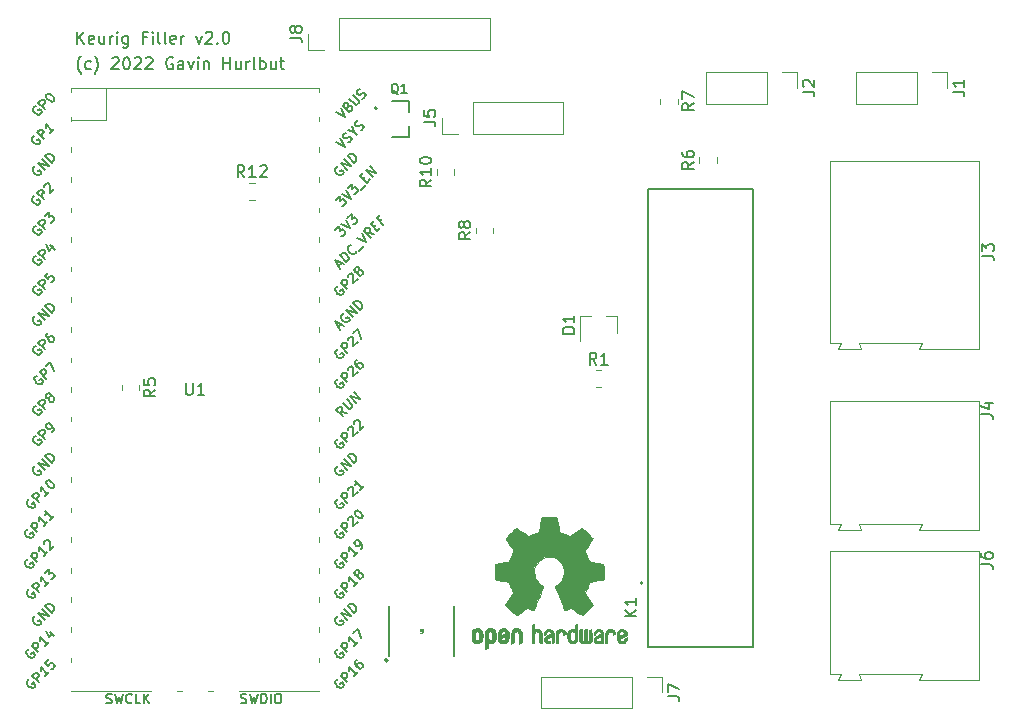
<source format=gbr>
%TF.GenerationSoftware,KiCad,Pcbnew,(5.1.9)-1*%
%TF.CreationDate,2022-01-22T22:11:56-08:00*%
%TF.ProjectId,keurig-filler,6b657572-6967-42d6-9669-6c6c65722e6b,rev?*%
%TF.SameCoordinates,Original*%
%TF.FileFunction,Legend,Top*%
%TF.FilePolarity,Positive*%
%FSLAX46Y46*%
G04 Gerber Fmt 4.6, Leading zero omitted, Abs format (unit mm)*
G04 Created by KiCad (PCBNEW (5.1.9)-1) date 2022-01-22 22:11:56*
%MOMM*%
%LPD*%
G01*
G04 APERTURE LIST*
%ADD10C,0.150000*%
%ADD11C,0.010000*%
%ADD12C,0.120000*%
%ADD13C,0.200000*%
%ADD14C,0.127000*%
%ADD15C,0.050000*%
G04 APERTURE END LIST*
D10*
X29846047Y-27757333D02*
X29798428Y-27709714D01*
X29703190Y-27566857D01*
X29655571Y-27471619D01*
X29607952Y-27328761D01*
X29560333Y-27090666D01*
X29560333Y-26900190D01*
X29607952Y-26662095D01*
X29655571Y-26519238D01*
X29703190Y-26424000D01*
X29798428Y-26281142D01*
X29846047Y-26233523D01*
X30655571Y-27328761D02*
X30560333Y-27376380D01*
X30369857Y-27376380D01*
X30274619Y-27328761D01*
X30227000Y-27281142D01*
X30179380Y-27185904D01*
X30179380Y-26900190D01*
X30227000Y-26804952D01*
X30274619Y-26757333D01*
X30369857Y-26709714D01*
X30560333Y-26709714D01*
X30655571Y-26757333D01*
X30988904Y-27757333D02*
X31036523Y-27709714D01*
X31131761Y-27566857D01*
X31179380Y-27471619D01*
X31227000Y-27328761D01*
X31274619Y-27090666D01*
X31274619Y-26900190D01*
X31227000Y-26662095D01*
X31179380Y-26519238D01*
X31131761Y-26424000D01*
X31036523Y-26281142D01*
X30988904Y-26233523D01*
X32465095Y-26471619D02*
X32512714Y-26424000D01*
X32607952Y-26376380D01*
X32846047Y-26376380D01*
X32941285Y-26424000D01*
X32988904Y-26471619D01*
X33036523Y-26566857D01*
X33036523Y-26662095D01*
X32988904Y-26804952D01*
X32417476Y-27376380D01*
X33036523Y-27376380D01*
X33655571Y-26376380D02*
X33750809Y-26376380D01*
X33846047Y-26424000D01*
X33893666Y-26471619D01*
X33941285Y-26566857D01*
X33988904Y-26757333D01*
X33988904Y-26995428D01*
X33941285Y-27185904D01*
X33893666Y-27281142D01*
X33846047Y-27328761D01*
X33750809Y-27376380D01*
X33655571Y-27376380D01*
X33560333Y-27328761D01*
X33512714Y-27281142D01*
X33465095Y-27185904D01*
X33417476Y-26995428D01*
X33417476Y-26757333D01*
X33465095Y-26566857D01*
X33512714Y-26471619D01*
X33560333Y-26424000D01*
X33655571Y-26376380D01*
X34369857Y-26471619D02*
X34417476Y-26424000D01*
X34512714Y-26376380D01*
X34750809Y-26376380D01*
X34846047Y-26424000D01*
X34893666Y-26471619D01*
X34941285Y-26566857D01*
X34941285Y-26662095D01*
X34893666Y-26804952D01*
X34322238Y-27376380D01*
X34941285Y-27376380D01*
X35322238Y-26471619D02*
X35369857Y-26424000D01*
X35465095Y-26376380D01*
X35703190Y-26376380D01*
X35798428Y-26424000D01*
X35846047Y-26471619D01*
X35893666Y-26566857D01*
X35893666Y-26662095D01*
X35846047Y-26804952D01*
X35274619Y-27376380D01*
X35893666Y-27376380D01*
X37607952Y-26424000D02*
X37512714Y-26376380D01*
X37369857Y-26376380D01*
X37227000Y-26424000D01*
X37131761Y-26519238D01*
X37084142Y-26614476D01*
X37036523Y-26804952D01*
X37036523Y-26947809D01*
X37084142Y-27138285D01*
X37131761Y-27233523D01*
X37227000Y-27328761D01*
X37369857Y-27376380D01*
X37465095Y-27376380D01*
X37607952Y-27328761D01*
X37655571Y-27281142D01*
X37655571Y-26947809D01*
X37465095Y-26947809D01*
X38512714Y-27376380D02*
X38512714Y-26852571D01*
X38465095Y-26757333D01*
X38369857Y-26709714D01*
X38179380Y-26709714D01*
X38084142Y-26757333D01*
X38512714Y-27328761D02*
X38417476Y-27376380D01*
X38179380Y-27376380D01*
X38084142Y-27328761D01*
X38036523Y-27233523D01*
X38036523Y-27138285D01*
X38084142Y-27043047D01*
X38179380Y-26995428D01*
X38417476Y-26995428D01*
X38512714Y-26947809D01*
X38893666Y-26709714D02*
X39131761Y-27376380D01*
X39369857Y-26709714D01*
X39750809Y-27376380D02*
X39750809Y-26709714D01*
X39750809Y-26376380D02*
X39703190Y-26424000D01*
X39750809Y-26471619D01*
X39798428Y-26424000D01*
X39750809Y-26376380D01*
X39750809Y-26471619D01*
X40227000Y-26709714D02*
X40227000Y-27376380D01*
X40227000Y-26804952D02*
X40274619Y-26757333D01*
X40369857Y-26709714D01*
X40512714Y-26709714D01*
X40607952Y-26757333D01*
X40655571Y-26852571D01*
X40655571Y-27376380D01*
X41893666Y-27376380D02*
X41893666Y-26376380D01*
X41893666Y-26852571D02*
X42465095Y-26852571D01*
X42465095Y-27376380D02*
X42465095Y-26376380D01*
X43369857Y-26709714D02*
X43369857Y-27376380D01*
X42941285Y-26709714D02*
X42941285Y-27233523D01*
X42988904Y-27328761D01*
X43084142Y-27376380D01*
X43227000Y-27376380D01*
X43322238Y-27328761D01*
X43369857Y-27281142D01*
X43846047Y-27376380D02*
X43846047Y-26709714D01*
X43846047Y-26900190D02*
X43893666Y-26804952D01*
X43941285Y-26757333D01*
X44036523Y-26709714D01*
X44131761Y-26709714D01*
X44607952Y-27376380D02*
X44512714Y-27328761D01*
X44465095Y-27233523D01*
X44465095Y-26376380D01*
X44988904Y-27376380D02*
X44988904Y-26376380D01*
X44988904Y-26757333D02*
X45084142Y-26709714D01*
X45274619Y-26709714D01*
X45369857Y-26757333D01*
X45417476Y-26804952D01*
X45465095Y-26900190D01*
X45465095Y-27185904D01*
X45417476Y-27281142D01*
X45369857Y-27328761D01*
X45274619Y-27376380D01*
X45084142Y-27376380D01*
X44988904Y-27328761D01*
X46322238Y-26709714D02*
X46322238Y-27376380D01*
X45893666Y-26709714D02*
X45893666Y-27233523D01*
X45941285Y-27328761D01*
X46036523Y-27376380D01*
X46179380Y-27376380D01*
X46274619Y-27328761D01*
X46322238Y-27281142D01*
X46655571Y-26709714D02*
X47036523Y-26709714D01*
X46798428Y-26376380D02*
X46798428Y-27233523D01*
X46846047Y-27328761D01*
X46941285Y-27376380D01*
X47036523Y-27376380D01*
X29536238Y-25217380D02*
X29536238Y-24217380D01*
X30107666Y-25217380D02*
X29679095Y-24645952D01*
X30107666Y-24217380D02*
X29536238Y-24788809D01*
X30917190Y-25169761D02*
X30821952Y-25217380D01*
X30631476Y-25217380D01*
X30536238Y-25169761D01*
X30488619Y-25074523D01*
X30488619Y-24693571D01*
X30536238Y-24598333D01*
X30631476Y-24550714D01*
X30821952Y-24550714D01*
X30917190Y-24598333D01*
X30964809Y-24693571D01*
X30964809Y-24788809D01*
X30488619Y-24884047D01*
X31821952Y-24550714D02*
X31821952Y-25217380D01*
X31393380Y-24550714D02*
X31393380Y-25074523D01*
X31441000Y-25169761D01*
X31536238Y-25217380D01*
X31679095Y-25217380D01*
X31774333Y-25169761D01*
X31821952Y-25122142D01*
X32298142Y-25217380D02*
X32298142Y-24550714D01*
X32298142Y-24741190D02*
X32345761Y-24645952D01*
X32393380Y-24598333D01*
X32488619Y-24550714D01*
X32583857Y-24550714D01*
X32917190Y-25217380D02*
X32917190Y-24550714D01*
X32917190Y-24217380D02*
X32869571Y-24265000D01*
X32917190Y-24312619D01*
X32964809Y-24265000D01*
X32917190Y-24217380D01*
X32917190Y-24312619D01*
X33821952Y-24550714D02*
X33821952Y-25360238D01*
X33774333Y-25455476D01*
X33726714Y-25503095D01*
X33631476Y-25550714D01*
X33488619Y-25550714D01*
X33393380Y-25503095D01*
X33821952Y-25169761D02*
X33726714Y-25217380D01*
X33536238Y-25217380D01*
X33441000Y-25169761D01*
X33393380Y-25122142D01*
X33345761Y-25026904D01*
X33345761Y-24741190D01*
X33393380Y-24645952D01*
X33441000Y-24598333D01*
X33536238Y-24550714D01*
X33726714Y-24550714D01*
X33821952Y-24598333D01*
X35393380Y-24693571D02*
X35060047Y-24693571D01*
X35060047Y-25217380D02*
X35060047Y-24217380D01*
X35536238Y-24217380D01*
X35917190Y-25217380D02*
X35917190Y-24550714D01*
X35917190Y-24217380D02*
X35869571Y-24265000D01*
X35917190Y-24312619D01*
X35964809Y-24265000D01*
X35917190Y-24217380D01*
X35917190Y-24312619D01*
X36536238Y-25217380D02*
X36441000Y-25169761D01*
X36393380Y-25074523D01*
X36393380Y-24217380D01*
X37060047Y-25217380D02*
X36964809Y-25169761D01*
X36917190Y-25074523D01*
X36917190Y-24217380D01*
X37821952Y-25169761D02*
X37726714Y-25217380D01*
X37536238Y-25217380D01*
X37441000Y-25169761D01*
X37393380Y-25074523D01*
X37393380Y-24693571D01*
X37441000Y-24598333D01*
X37536238Y-24550714D01*
X37726714Y-24550714D01*
X37821952Y-24598333D01*
X37869571Y-24693571D01*
X37869571Y-24788809D01*
X37393380Y-24884047D01*
X38298142Y-25217380D02*
X38298142Y-24550714D01*
X38298142Y-24741190D02*
X38345761Y-24645952D01*
X38393380Y-24598333D01*
X38488619Y-24550714D01*
X38583857Y-24550714D01*
X39583857Y-24550714D02*
X39821952Y-25217380D01*
X40060047Y-24550714D01*
X40393380Y-24312619D02*
X40441000Y-24265000D01*
X40536238Y-24217380D01*
X40774333Y-24217380D01*
X40869571Y-24265000D01*
X40917190Y-24312619D01*
X40964809Y-24407857D01*
X40964809Y-24503095D01*
X40917190Y-24645952D01*
X40345761Y-25217380D01*
X40964809Y-25217380D01*
X41393380Y-25122142D02*
X41441000Y-25169761D01*
X41393380Y-25217380D01*
X41345761Y-25169761D01*
X41393380Y-25122142D01*
X41393380Y-25217380D01*
X42060047Y-24217380D02*
X42155285Y-24217380D01*
X42250523Y-24265000D01*
X42298142Y-24312619D01*
X42345761Y-24407857D01*
X42393380Y-24598333D01*
X42393380Y-24836428D01*
X42345761Y-25026904D01*
X42298142Y-25122142D01*
X42250523Y-25169761D01*
X42155285Y-25217380D01*
X42060047Y-25217380D01*
X41964809Y-25169761D01*
X41917190Y-25122142D01*
X41869571Y-25026904D01*
X41821952Y-24836428D01*
X41821952Y-24598333D01*
X41869571Y-24407857D01*
X41917190Y-24312619D01*
X41964809Y-24265000D01*
X42060047Y-24217380D01*
D11*
%TO.C,REF\u002A\u002A*%
G36*
X64640900Y-74727903D02*
G01*
X64752450Y-74783522D01*
X64850908Y-74885931D01*
X64878023Y-74923864D01*
X64907562Y-74973500D01*
X64926728Y-75027412D01*
X64937693Y-75099364D01*
X64942629Y-75203122D01*
X64943713Y-75340101D01*
X64938818Y-75527815D01*
X64921804Y-75668758D01*
X64889177Y-75773908D01*
X64837442Y-75854243D01*
X64763104Y-75920741D01*
X64757642Y-75924678D01*
X64684380Y-75964953D01*
X64596160Y-75984880D01*
X64483962Y-75989793D01*
X64301567Y-75989793D01*
X64301491Y-76166857D01*
X64299793Y-76265470D01*
X64289450Y-76323314D01*
X64262422Y-76358006D01*
X64210668Y-76387164D01*
X64198239Y-76393121D01*
X64140077Y-76421039D01*
X64095044Y-76438672D01*
X64061559Y-76440194D01*
X64038038Y-76419781D01*
X64022900Y-76371607D01*
X64014563Y-76289846D01*
X64011444Y-76168672D01*
X64011960Y-76002260D01*
X64014529Y-75784785D01*
X64015332Y-75719736D01*
X64018222Y-75495502D01*
X64020812Y-75348821D01*
X64301414Y-75348821D01*
X64302991Y-75473326D01*
X64310000Y-75554787D01*
X64325858Y-75608515D01*
X64353981Y-75649823D01*
X64373075Y-75669971D01*
X64451135Y-75728921D01*
X64520247Y-75733720D01*
X64591560Y-75685038D01*
X64593368Y-75683241D01*
X64622383Y-75645618D01*
X64640033Y-75594484D01*
X64648936Y-75515738D01*
X64651709Y-75395276D01*
X64651759Y-75368588D01*
X64645058Y-75202583D01*
X64623248Y-75087505D01*
X64583765Y-75017254D01*
X64524044Y-74985729D01*
X64489528Y-74982552D01*
X64407611Y-74997460D01*
X64351421Y-75046548D01*
X64317598Y-75136362D01*
X64302780Y-75273445D01*
X64301414Y-75348821D01*
X64020812Y-75348821D01*
X64021287Y-75321952D01*
X64025247Y-75191382D01*
X64030826Y-75096087D01*
X64038746Y-75028364D01*
X64049731Y-74980507D01*
X64064501Y-74944813D01*
X64083782Y-74913578D01*
X64092049Y-74901824D01*
X64201712Y-74790797D01*
X64340365Y-74727847D01*
X64500754Y-74710297D01*
X64640900Y-74727903D01*
G37*
X64640900Y-74727903D02*
X64752450Y-74783522D01*
X64850908Y-74885931D01*
X64878023Y-74923864D01*
X64907562Y-74973500D01*
X64926728Y-75027412D01*
X64937693Y-75099364D01*
X64942629Y-75203122D01*
X64943713Y-75340101D01*
X64938818Y-75527815D01*
X64921804Y-75668758D01*
X64889177Y-75773908D01*
X64837442Y-75854243D01*
X64763104Y-75920741D01*
X64757642Y-75924678D01*
X64684380Y-75964953D01*
X64596160Y-75984880D01*
X64483962Y-75989793D01*
X64301567Y-75989793D01*
X64301491Y-76166857D01*
X64299793Y-76265470D01*
X64289450Y-76323314D01*
X64262422Y-76358006D01*
X64210668Y-76387164D01*
X64198239Y-76393121D01*
X64140077Y-76421039D01*
X64095044Y-76438672D01*
X64061559Y-76440194D01*
X64038038Y-76419781D01*
X64022900Y-76371607D01*
X64014563Y-76289846D01*
X64011444Y-76168672D01*
X64011960Y-76002260D01*
X64014529Y-75784785D01*
X64015332Y-75719736D01*
X64018222Y-75495502D01*
X64020812Y-75348821D01*
X64301414Y-75348821D01*
X64302991Y-75473326D01*
X64310000Y-75554787D01*
X64325858Y-75608515D01*
X64353981Y-75649823D01*
X64373075Y-75669971D01*
X64451135Y-75728921D01*
X64520247Y-75733720D01*
X64591560Y-75685038D01*
X64593368Y-75683241D01*
X64622383Y-75645618D01*
X64640033Y-75594484D01*
X64648936Y-75515738D01*
X64651709Y-75395276D01*
X64651759Y-75368588D01*
X64645058Y-75202583D01*
X64623248Y-75087505D01*
X64583765Y-75017254D01*
X64524044Y-74985729D01*
X64489528Y-74982552D01*
X64407611Y-74997460D01*
X64351421Y-75046548D01*
X64317598Y-75136362D01*
X64302780Y-75273445D01*
X64301414Y-75348821D01*
X64020812Y-75348821D01*
X64021287Y-75321952D01*
X64025247Y-75191382D01*
X64030826Y-75096087D01*
X64038746Y-75028364D01*
X64049731Y-74980507D01*
X64064501Y-74944813D01*
X64083782Y-74913578D01*
X64092049Y-74901824D01*
X64201712Y-74790797D01*
X64340365Y-74727847D01*
X64500754Y-74710297D01*
X64640900Y-74727903D01*
G36*
X66886429Y-74743719D02*
G01*
X66980123Y-74797914D01*
X67045264Y-74851707D01*
X67092907Y-74908066D01*
X67125728Y-74976987D01*
X67146406Y-75068468D01*
X67157620Y-75192506D01*
X67162049Y-75359098D01*
X67162563Y-75478851D01*
X67162563Y-75919659D01*
X67038483Y-75975283D01*
X66914402Y-76030907D01*
X66899805Y-75548095D01*
X66893773Y-75367779D01*
X66887445Y-75236901D01*
X66879606Y-75146511D01*
X66869037Y-75087664D01*
X66854523Y-75051413D01*
X66834848Y-75028810D01*
X66828535Y-75023917D01*
X66732888Y-74985706D01*
X66636207Y-75000827D01*
X66578655Y-75040943D01*
X66555245Y-75069370D01*
X66539039Y-75106672D01*
X66528741Y-75163223D01*
X66523049Y-75249394D01*
X66520664Y-75375558D01*
X66520264Y-75507042D01*
X66520186Y-75671999D01*
X66517361Y-75788761D01*
X66507907Y-75867510D01*
X66487940Y-75918431D01*
X66453576Y-75951706D01*
X66400932Y-75977520D01*
X66330617Y-76004344D01*
X66253820Y-76033542D01*
X66262962Y-75515346D01*
X66266643Y-75328539D01*
X66270950Y-75190490D01*
X66277123Y-75091568D01*
X66286402Y-75022145D01*
X66300027Y-74972590D01*
X66319239Y-74933273D01*
X66342402Y-74898584D01*
X66454152Y-74787770D01*
X66590513Y-74723689D01*
X66738825Y-74708339D01*
X66886429Y-74743719D01*
G37*
X66886429Y-74743719D02*
X66980123Y-74797914D01*
X67045264Y-74851707D01*
X67092907Y-74908066D01*
X67125728Y-74976987D01*
X67146406Y-75068468D01*
X67157620Y-75192506D01*
X67162049Y-75359098D01*
X67162563Y-75478851D01*
X67162563Y-75919659D01*
X67038483Y-75975283D01*
X66914402Y-76030907D01*
X66899805Y-75548095D01*
X66893773Y-75367779D01*
X66887445Y-75236901D01*
X66879606Y-75146511D01*
X66869037Y-75087664D01*
X66854523Y-75051413D01*
X66834848Y-75028810D01*
X66828535Y-75023917D01*
X66732888Y-74985706D01*
X66636207Y-75000827D01*
X66578655Y-75040943D01*
X66555245Y-75069370D01*
X66539039Y-75106672D01*
X66528741Y-75163223D01*
X66523049Y-75249394D01*
X66520664Y-75375558D01*
X66520264Y-75507042D01*
X66520186Y-75671999D01*
X66517361Y-75788761D01*
X66507907Y-75867510D01*
X66487940Y-75918431D01*
X66453576Y-75951706D01*
X66400932Y-75977520D01*
X66330617Y-76004344D01*
X66253820Y-76033542D01*
X66262962Y-75515346D01*
X66266643Y-75328539D01*
X66270950Y-75190490D01*
X66277123Y-75091568D01*
X66286402Y-75022145D01*
X66300027Y-74972590D01*
X66319239Y-74933273D01*
X66342402Y-74898584D01*
X66454152Y-74787770D01*
X66590513Y-74723689D01*
X66738825Y-74708339D01*
X66886429Y-74743719D01*
G36*
X63517221Y-74732015D02*
G01*
X63654061Y-74803968D01*
X63755051Y-74919766D01*
X63790925Y-74994213D01*
X63818839Y-75105992D01*
X63833129Y-75247227D01*
X63834484Y-75401371D01*
X63823595Y-75551879D01*
X63801153Y-75682205D01*
X63767850Y-75775803D01*
X63757615Y-75791922D01*
X63636382Y-75912249D01*
X63492387Y-75984317D01*
X63336139Y-76005408D01*
X63178148Y-75972802D01*
X63134180Y-75953253D01*
X63048556Y-75893012D01*
X62973408Y-75813135D01*
X62966306Y-75803004D01*
X62937439Y-75754181D01*
X62918357Y-75701990D01*
X62907084Y-75633285D01*
X62901645Y-75534918D01*
X62900062Y-75393744D01*
X62900035Y-75362092D01*
X62900107Y-75352019D01*
X63191989Y-75352019D01*
X63193687Y-75485256D01*
X63200372Y-75573674D01*
X63214425Y-75630785D01*
X63238229Y-75670102D01*
X63250379Y-75683241D01*
X63320236Y-75733172D01*
X63388059Y-75730895D01*
X63456635Y-75687584D01*
X63497535Y-75641346D01*
X63521758Y-75573857D01*
X63535361Y-75467433D01*
X63536294Y-75455020D01*
X63538616Y-75262147D01*
X63514350Y-75118900D01*
X63463824Y-75026160D01*
X63387368Y-74984807D01*
X63360076Y-74982552D01*
X63288411Y-74993893D01*
X63239390Y-75033184D01*
X63209418Y-75108326D01*
X63194899Y-75227222D01*
X63191989Y-75352019D01*
X62900107Y-75352019D01*
X62901122Y-75211659D01*
X62905688Y-75106549D01*
X62915688Y-75033714D01*
X62933079Y-74980108D01*
X62959816Y-74932681D01*
X62965724Y-74923864D01*
X63065032Y-74805007D01*
X63173242Y-74736008D01*
X63304981Y-74708619D01*
X63349717Y-74707281D01*
X63517221Y-74732015D01*
G37*
X63517221Y-74732015D02*
X63654061Y-74803968D01*
X63755051Y-74919766D01*
X63790925Y-74994213D01*
X63818839Y-75105992D01*
X63833129Y-75247227D01*
X63834484Y-75401371D01*
X63823595Y-75551879D01*
X63801153Y-75682205D01*
X63767850Y-75775803D01*
X63757615Y-75791922D01*
X63636382Y-75912249D01*
X63492387Y-75984317D01*
X63336139Y-76005408D01*
X63178148Y-75972802D01*
X63134180Y-75953253D01*
X63048556Y-75893012D01*
X62973408Y-75813135D01*
X62966306Y-75803004D01*
X62937439Y-75754181D01*
X62918357Y-75701990D01*
X62907084Y-75633285D01*
X62901645Y-75534918D01*
X62900062Y-75393744D01*
X62900035Y-75362092D01*
X62900107Y-75352019D01*
X63191989Y-75352019D01*
X63193687Y-75485256D01*
X63200372Y-75573674D01*
X63214425Y-75630785D01*
X63238229Y-75670102D01*
X63250379Y-75683241D01*
X63320236Y-75733172D01*
X63388059Y-75730895D01*
X63456635Y-75687584D01*
X63497535Y-75641346D01*
X63521758Y-75573857D01*
X63535361Y-75467433D01*
X63536294Y-75455020D01*
X63538616Y-75262147D01*
X63514350Y-75118900D01*
X63463824Y-75026160D01*
X63387368Y-74984807D01*
X63360076Y-74982552D01*
X63288411Y-74993893D01*
X63239390Y-75033184D01*
X63209418Y-75108326D01*
X63194899Y-75227222D01*
X63191989Y-75352019D01*
X62900107Y-75352019D01*
X62901122Y-75211659D01*
X62905688Y-75106549D01*
X62915688Y-75033714D01*
X62933079Y-74980108D01*
X62959816Y-74932681D01*
X62965724Y-74923864D01*
X63065032Y-74805007D01*
X63173242Y-74736008D01*
X63304981Y-74708619D01*
X63349717Y-74707281D01*
X63517221Y-74732015D01*
G36*
X65784552Y-74750676D02*
G01*
X65899658Y-74828111D01*
X65988611Y-74939949D01*
X66041749Y-75082265D01*
X66052497Y-75187015D01*
X66051276Y-75230726D01*
X66041056Y-75264194D01*
X66012961Y-75294179D01*
X65958116Y-75327440D01*
X65867645Y-75370738D01*
X65732672Y-75430833D01*
X65731989Y-75431134D01*
X65607751Y-75488037D01*
X65505873Y-75538565D01*
X65436767Y-75577280D01*
X65410846Y-75598740D01*
X65410839Y-75598913D01*
X65433685Y-75645644D01*
X65487109Y-75697154D01*
X65548442Y-75734261D01*
X65579515Y-75741632D01*
X65664289Y-75716138D01*
X65737293Y-75652291D01*
X65772913Y-75582094D01*
X65807180Y-75530343D01*
X65874303Y-75471409D01*
X65953208Y-75420496D01*
X66022821Y-75392809D01*
X66037377Y-75391287D01*
X66053763Y-75416321D01*
X66054750Y-75480311D01*
X66042708Y-75566593D01*
X66020007Y-75658501D01*
X65989014Y-75739369D01*
X65987448Y-75742509D01*
X65894181Y-75872734D01*
X65773304Y-75961311D01*
X65636027Y-76004786D01*
X65493560Y-75999706D01*
X65357112Y-75942616D01*
X65351045Y-75938602D01*
X65243710Y-75841326D01*
X65173132Y-75714409D01*
X65134074Y-75547526D01*
X65128832Y-75500639D01*
X65119548Y-75279329D01*
X65130678Y-75176124D01*
X65410839Y-75176124D01*
X65414479Y-75240503D01*
X65434389Y-75259291D01*
X65484026Y-75245235D01*
X65562267Y-75212009D01*
X65649726Y-75170359D01*
X65651899Y-75169256D01*
X65726030Y-75130265D01*
X65755781Y-75104244D01*
X65748445Y-75076965D01*
X65717553Y-75041121D01*
X65638960Y-74989251D01*
X65554323Y-74985439D01*
X65478403Y-75023189D01*
X65425965Y-75096001D01*
X65410839Y-75176124D01*
X65130678Y-75176124D01*
X65138644Y-75102261D01*
X65187634Y-74961829D01*
X65255836Y-74863447D01*
X65378935Y-74764030D01*
X65514528Y-74714711D01*
X65652955Y-74711568D01*
X65784552Y-74750676D01*
G37*
X65784552Y-74750676D02*
X65899658Y-74828111D01*
X65988611Y-74939949D01*
X66041749Y-75082265D01*
X66052497Y-75187015D01*
X66051276Y-75230726D01*
X66041056Y-75264194D01*
X66012961Y-75294179D01*
X65958116Y-75327440D01*
X65867645Y-75370738D01*
X65732672Y-75430833D01*
X65731989Y-75431134D01*
X65607751Y-75488037D01*
X65505873Y-75538565D01*
X65436767Y-75577280D01*
X65410846Y-75598740D01*
X65410839Y-75598913D01*
X65433685Y-75645644D01*
X65487109Y-75697154D01*
X65548442Y-75734261D01*
X65579515Y-75741632D01*
X65664289Y-75716138D01*
X65737293Y-75652291D01*
X65772913Y-75582094D01*
X65807180Y-75530343D01*
X65874303Y-75471409D01*
X65953208Y-75420496D01*
X66022821Y-75392809D01*
X66037377Y-75391287D01*
X66053763Y-75416321D01*
X66054750Y-75480311D01*
X66042708Y-75566593D01*
X66020007Y-75658501D01*
X65989014Y-75739369D01*
X65987448Y-75742509D01*
X65894181Y-75872734D01*
X65773304Y-75961311D01*
X65636027Y-76004786D01*
X65493560Y-75999706D01*
X65357112Y-75942616D01*
X65351045Y-75938602D01*
X65243710Y-75841326D01*
X65173132Y-75714409D01*
X65134074Y-75547526D01*
X65128832Y-75500639D01*
X65119548Y-75279329D01*
X65130678Y-75176124D01*
X65410839Y-75176124D01*
X65414479Y-75240503D01*
X65434389Y-75259291D01*
X65484026Y-75245235D01*
X65562267Y-75212009D01*
X65649726Y-75170359D01*
X65651899Y-75169256D01*
X65726030Y-75130265D01*
X65755781Y-75104244D01*
X65748445Y-75076965D01*
X65717553Y-75041121D01*
X65638960Y-74989251D01*
X65554323Y-74985439D01*
X65478403Y-75023189D01*
X65425965Y-75096001D01*
X65410839Y-75176124D01*
X65130678Y-75176124D01*
X65138644Y-75102261D01*
X65187634Y-74961829D01*
X65255836Y-74863447D01*
X65378935Y-74764030D01*
X65514528Y-74714711D01*
X65652955Y-74711568D01*
X65784552Y-74750676D01*
G36*
X68213598Y-74589857D02*
G01*
X68222154Y-74709188D01*
X68231981Y-74779506D01*
X68245599Y-74810179D01*
X68265527Y-74810571D01*
X68271989Y-74806910D01*
X68357940Y-74780398D01*
X68469745Y-74781946D01*
X68583414Y-74809199D01*
X68654510Y-74844455D01*
X68727405Y-74900778D01*
X68780693Y-74964519D01*
X68817275Y-75045510D01*
X68840050Y-75153586D01*
X68851919Y-75298580D01*
X68855782Y-75490326D01*
X68855851Y-75527109D01*
X68855897Y-75940288D01*
X68763954Y-75972339D01*
X68698652Y-75994144D01*
X68662824Y-76004297D01*
X68661770Y-76004391D01*
X68658242Y-75976860D01*
X68655239Y-75900923D01*
X68652990Y-75786565D01*
X68651724Y-75643769D01*
X68651529Y-75556951D01*
X68651123Y-75385773D01*
X68649032Y-75263088D01*
X68643947Y-75179000D01*
X68634560Y-75123614D01*
X68619561Y-75087032D01*
X68597642Y-75059359D01*
X68583957Y-75046032D01*
X68489949Y-74992328D01*
X68387364Y-74988307D01*
X68294290Y-75033725D01*
X68277078Y-75050123D01*
X68251832Y-75080957D01*
X68234320Y-75117531D01*
X68223142Y-75170415D01*
X68216896Y-75250177D01*
X68214182Y-75367385D01*
X68213598Y-75528991D01*
X68213598Y-75940288D01*
X68121655Y-75972339D01*
X68056353Y-75994144D01*
X68020525Y-76004297D01*
X68019471Y-76004391D01*
X68016775Y-75976448D01*
X68014345Y-75897630D01*
X68012278Y-75775453D01*
X68010671Y-75617432D01*
X68009623Y-75431083D01*
X68009231Y-75223920D01*
X68009230Y-75214706D01*
X68009230Y-74425020D01*
X68104115Y-74384997D01*
X68199000Y-74344973D01*
X68213598Y-74589857D01*
G37*
X68213598Y-74589857D02*
X68222154Y-74709188D01*
X68231981Y-74779506D01*
X68245599Y-74810179D01*
X68265527Y-74810571D01*
X68271989Y-74806910D01*
X68357940Y-74780398D01*
X68469745Y-74781946D01*
X68583414Y-74809199D01*
X68654510Y-74844455D01*
X68727405Y-74900778D01*
X68780693Y-74964519D01*
X68817275Y-75045510D01*
X68840050Y-75153586D01*
X68851919Y-75298580D01*
X68855782Y-75490326D01*
X68855851Y-75527109D01*
X68855897Y-75940288D01*
X68763954Y-75972339D01*
X68698652Y-75994144D01*
X68662824Y-76004297D01*
X68661770Y-76004391D01*
X68658242Y-75976860D01*
X68655239Y-75900923D01*
X68652990Y-75786565D01*
X68651724Y-75643769D01*
X68651529Y-75556951D01*
X68651123Y-75385773D01*
X68649032Y-75263088D01*
X68643947Y-75179000D01*
X68634560Y-75123614D01*
X68619561Y-75087032D01*
X68597642Y-75059359D01*
X68583957Y-75046032D01*
X68489949Y-74992328D01*
X68387364Y-74988307D01*
X68294290Y-75033725D01*
X68277078Y-75050123D01*
X68251832Y-75080957D01*
X68234320Y-75117531D01*
X68223142Y-75170415D01*
X68216896Y-75250177D01*
X68214182Y-75367385D01*
X68213598Y-75528991D01*
X68213598Y-75940288D01*
X68121655Y-75972339D01*
X68056353Y-75994144D01*
X68020525Y-76004297D01*
X68019471Y-76004391D01*
X68016775Y-75976448D01*
X68014345Y-75897630D01*
X68012278Y-75775453D01*
X68010671Y-75617432D01*
X68009623Y-75431083D01*
X68009231Y-75223920D01*
X68009230Y-75214706D01*
X68009230Y-74425020D01*
X68104115Y-74384997D01*
X68199000Y-74344973D01*
X68213598Y-74589857D01*
G36*
X69548944Y-74790360D02*
G01*
X69663343Y-74832842D01*
X69664652Y-74833658D01*
X69735403Y-74885730D01*
X69787636Y-74946584D01*
X69824371Y-75025887D01*
X69848634Y-75133309D01*
X69863445Y-75278517D01*
X69871829Y-75471179D01*
X69872564Y-75498628D01*
X69883120Y-75912521D01*
X69794291Y-75958456D01*
X69730018Y-75989498D01*
X69691210Y-76004206D01*
X69689415Y-76004391D01*
X69682700Y-75977250D01*
X69677365Y-75904041D01*
X69674083Y-75797081D01*
X69673368Y-75710469D01*
X69673351Y-75570162D01*
X69666937Y-75482051D01*
X69644580Y-75440025D01*
X69596732Y-75437975D01*
X69513849Y-75469790D01*
X69388713Y-75528272D01*
X69296697Y-75576845D01*
X69249371Y-75618986D01*
X69235458Y-75664916D01*
X69235437Y-75667189D01*
X69258395Y-75746311D01*
X69326370Y-75789055D01*
X69430398Y-75795246D01*
X69505330Y-75794172D01*
X69544839Y-75815753D01*
X69569478Y-75867591D01*
X69583659Y-75933632D01*
X69563223Y-75971104D01*
X69555528Y-75976467D01*
X69483083Y-75998006D01*
X69381633Y-76001055D01*
X69277157Y-75986778D01*
X69203125Y-75960688D01*
X69100772Y-75873785D01*
X69042591Y-75752816D01*
X69031069Y-75658308D01*
X69039862Y-75573062D01*
X69071680Y-75503476D01*
X69134684Y-75441672D01*
X69237031Y-75379772D01*
X69386882Y-75309897D01*
X69396012Y-75305948D01*
X69530997Y-75243588D01*
X69614294Y-75192446D01*
X69649997Y-75146488D01*
X69642203Y-75099683D01*
X69595007Y-75045998D01*
X69580894Y-75033644D01*
X69486359Y-74985741D01*
X69388406Y-74987758D01*
X69303097Y-75034724D01*
X69246496Y-75121669D01*
X69241237Y-75138734D01*
X69190023Y-75221504D01*
X69125037Y-75261372D01*
X69031069Y-75300882D01*
X69031069Y-75198658D01*
X69059653Y-75050072D01*
X69144495Y-74913784D01*
X69188645Y-74868191D01*
X69289005Y-74809674D01*
X69416635Y-74783184D01*
X69548944Y-74790360D01*
G37*
X69548944Y-74790360D02*
X69663343Y-74832842D01*
X69664652Y-74833658D01*
X69735403Y-74885730D01*
X69787636Y-74946584D01*
X69824371Y-75025887D01*
X69848634Y-75133309D01*
X69863445Y-75278517D01*
X69871829Y-75471179D01*
X69872564Y-75498628D01*
X69883120Y-75912521D01*
X69794291Y-75958456D01*
X69730018Y-75989498D01*
X69691210Y-76004206D01*
X69689415Y-76004391D01*
X69682700Y-75977250D01*
X69677365Y-75904041D01*
X69674083Y-75797081D01*
X69673368Y-75710469D01*
X69673351Y-75570162D01*
X69666937Y-75482051D01*
X69644580Y-75440025D01*
X69596732Y-75437975D01*
X69513849Y-75469790D01*
X69388713Y-75528272D01*
X69296697Y-75576845D01*
X69249371Y-75618986D01*
X69235458Y-75664916D01*
X69235437Y-75667189D01*
X69258395Y-75746311D01*
X69326370Y-75789055D01*
X69430398Y-75795246D01*
X69505330Y-75794172D01*
X69544839Y-75815753D01*
X69569478Y-75867591D01*
X69583659Y-75933632D01*
X69563223Y-75971104D01*
X69555528Y-75976467D01*
X69483083Y-75998006D01*
X69381633Y-76001055D01*
X69277157Y-75986778D01*
X69203125Y-75960688D01*
X69100772Y-75873785D01*
X69042591Y-75752816D01*
X69031069Y-75658308D01*
X69039862Y-75573062D01*
X69071680Y-75503476D01*
X69134684Y-75441672D01*
X69237031Y-75379772D01*
X69386882Y-75309897D01*
X69396012Y-75305948D01*
X69530997Y-75243588D01*
X69614294Y-75192446D01*
X69649997Y-75146488D01*
X69642203Y-75099683D01*
X69595007Y-75045998D01*
X69580894Y-75033644D01*
X69486359Y-74985741D01*
X69388406Y-74987758D01*
X69303097Y-75034724D01*
X69246496Y-75121669D01*
X69241237Y-75138734D01*
X69190023Y-75221504D01*
X69125037Y-75261372D01*
X69031069Y-75300882D01*
X69031069Y-75198658D01*
X69059653Y-75050072D01*
X69144495Y-74913784D01*
X69188645Y-74868191D01*
X69289005Y-74809674D01*
X69416635Y-74783184D01*
X69548944Y-74790360D01*
G36*
X70534943Y-74787920D02*
G01*
X70667565Y-74836859D01*
X70775010Y-74923419D01*
X70817032Y-74984352D01*
X70862843Y-75096161D01*
X70861891Y-75177006D01*
X70813808Y-75231378D01*
X70796017Y-75240624D01*
X70719204Y-75269450D01*
X70679976Y-75262065D01*
X70666689Y-75213658D01*
X70666012Y-75186920D01*
X70641686Y-75088548D01*
X70578281Y-75019734D01*
X70490154Y-74986498D01*
X70391663Y-74994861D01*
X70311602Y-75038296D01*
X70284561Y-75063072D01*
X70265394Y-75093129D01*
X70252446Y-75138565D01*
X70244064Y-75209476D01*
X70238593Y-75315960D01*
X70234378Y-75468112D01*
X70233287Y-75516287D01*
X70229307Y-75681095D01*
X70224781Y-75797088D01*
X70217995Y-75873833D01*
X70207231Y-75920893D01*
X70190773Y-75947835D01*
X70166906Y-75964223D01*
X70151626Y-75971463D01*
X70086733Y-75996220D01*
X70048534Y-76004391D01*
X70035912Y-75977103D01*
X70028208Y-75894603D01*
X70025380Y-75755941D01*
X70027386Y-75560162D01*
X70028011Y-75529965D01*
X70032421Y-75351349D01*
X70037635Y-75220923D01*
X70045055Y-75128492D01*
X70056082Y-75063858D01*
X70072117Y-75016825D01*
X70094561Y-74977196D01*
X70106302Y-74960215D01*
X70173619Y-74885080D01*
X70248910Y-74826638D01*
X70258128Y-74821536D01*
X70393133Y-74781260D01*
X70534943Y-74787920D01*
G37*
X70534943Y-74787920D02*
X70667565Y-74836859D01*
X70775010Y-74923419D01*
X70817032Y-74984352D01*
X70862843Y-75096161D01*
X70861891Y-75177006D01*
X70813808Y-75231378D01*
X70796017Y-75240624D01*
X70719204Y-75269450D01*
X70679976Y-75262065D01*
X70666689Y-75213658D01*
X70666012Y-75186920D01*
X70641686Y-75088548D01*
X70578281Y-75019734D01*
X70490154Y-74986498D01*
X70391663Y-74994861D01*
X70311602Y-75038296D01*
X70284561Y-75063072D01*
X70265394Y-75093129D01*
X70252446Y-75138565D01*
X70244064Y-75209476D01*
X70238593Y-75315960D01*
X70234378Y-75468112D01*
X70233287Y-75516287D01*
X70229307Y-75681095D01*
X70224781Y-75797088D01*
X70217995Y-75873833D01*
X70207231Y-75920893D01*
X70190773Y-75947835D01*
X70166906Y-75964223D01*
X70151626Y-75971463D01*
X70086733Y-75996220D01*
X70048534Y-76004391D01*
X70035912Y-75977103D01*
X70028208Y-75894603D01*
X70025380Y-75755941D01*
X70027386Y-75560162D01*
X70028011Y-75529965D01*
X70032421Y-75351349D01*
X70037635Y-75220923D01*
X70045055Y-75128492D01*
X70056082Y-75063858D01*
X70072117Y-75016825D01*
X70094561Y-74977196D01*
X70106302Y-74960215D01*
X70173619Y-74885080D01*
X70248910Y-74826638D01*
X70258128Y-74821536D01*
X70393133Y-74781260D01*
X70534943Y-74787920D01*
G36*
X71862914Y-75020455D02*
G01*
X71862543Y-75238661D01*
X71861108Y-75406519D01*
X71858002Y-75532070D01*
X71852622Y-75623355D01*
X71844362Y-75688415D01*
X71832616Y-75735291D01*
X71816781Y-75772024D01*
X71804790Y-75792991D01*
X71705490Y-75906694D01*
X71579588Y-75977965D01*
X71440291Y-76003538D01*
X71300805Y-75980150D01*
X71217743Y-75938119D01*
X71130545Y-75865411D01*
X71071117Y-75776612D01*
X71035261Y-75660320D01*
X71018781Y-75505135D01*
X71016447Y-75391287D01*
X71016761Y-75383106D01*
X71220724Y-75383106D01*
X71221970Y-75513657D01*
X71227678Y-75600080D01*
X71240804Y-75656618D01*
X71264306Y-75697514D01*
X71292386Y-75728362D01*
X71386688Y-75787905D01*
X71487940Y-75792992D01*
X71583636Y-75743279D01*
X71591084Y-75736543D01*
X71622874Y-75701502D01*
X71642808Y-75659811D01*
X71653600Y-75597762D01*
X71657965Y-75501644D01*
X71658655Y-75395379D01*
X71657159Y-75261880D01*
X71650964Y-75172822D01*
X71637514Y-75114293D01*
X71614251Y-75072382D01*
X71595175Y-75050123D01*
X71506563Y-74993985D01*
X71404508Y-74987235D01*
X71307095Y-75030114D01*
X71288296Y-75046032D01*
X71256293Y-75081382D01*
X71236318Y-75123502D01*
X71225593Y-75186251D01*
X71221339Y-75283487D01*
X71220724Y-75383106D01*
X71016761Y-75383106D01*
X71023504Y-75207947D01*
X71047472Y-75070195D01*
X71092548Y-74966632D01*
X71162928Y-74885856D01*
X71217743Y-74844455D01*
X71317376Y-74799728D01*
X71432855Y-74778967D01*
X71540199Y-74784525D01*
X71600264Y-74806943D01*
X71623835Y-74813323D01*
X71639477Y-74789535D01*
X71650395Y-74725788D01*
X71658655Y-74628687D01*
X71667699Y-74520541D01*
X71680261Y-74455475D01*
X71703119Y-74418268D01*
X71743051Y-74393699D01*
X71768138Y-74382819D01*
X71863023Y-74343072D01*
X71862914Y-75020455D01*
G37*
X71862914Y-75020455D02*
X71862543Y-75238661D01*
X71861108Y-75406519D01*
X71858002Y-75532070D01*
X71852622Y-75623355D01*
X71844362Y-75688415D01*
X71832616Y-75735291D01*
X71816781Y-75772024D01*
X71804790Y-75792991D01*
X71705490Y-75906694D01*
X71579588Y-75977965D01*
X71440291Y-76003538D01*
X71300805Y-75980150D01*
X71217743Y-75938119D01*
X71130545Y-75865411D01*
X71071117Y-75776612D01*
X71035261Y-75660320D01*
X71018781Y-75505135D01*
X71016447Y-75391287D01*
X71016761Y-75383106D01*
X71220724Y-75383106D01*
X71221970Y-75513657D01*
X71227678Y-75600080D01*
X71240804Y-75656618D01*
X71264306Y-75697514D01*
X71292386Y-75728362D01*
X71386688Y-75787905D01*
X71487940Y-75792992D01*
X71583636Y-75743279D01*
X71591084Y-75736543D01*
X71622874Y-75701502D01*
X71642808Y-75659811D01*
X71653600Y-75597762D01*
X71657965Y-75501644D01*
X71658655Y-75395379D01*
X71657159Y-75261880D01*
X71650964Y-75172822D01*
X71637514Y-75114293D01*
X71614251Y-75072382D01*
X71595175Y-75050123D01*
X71506563Y-74993985D01*
X71404508Y-74987235D01*
X71307095Y-75030114D01*
X71288296Y-75046032D01*
X71256293Y-75081382D01*
X71236318Y-75123502D01*
X71225593Y-75186251D01*
X71221339Y-75283487D01*
X71220724Y-75383106D01*
X71016761Y-75383106D01*
X71023504Y-75207947D01*
X71047472Y-75070195D01*
X71092548Y-74966632D01*
X71162928Y-74885856D01*
X71217743Y-74844455D01*
X71317376Y-74799728D01*
X71432855Y-74778967D01*
X71540199Y-74784525D01*
X71600264Y-74806943D01*
X71623835Y-74813323D01*
X71639477Y-74789535D01*
X71650395Y-74725788D01*
X71658655Y-74628687D01*
X71667699Y-74520541D01*
X71680261Y-74455475D01*
X71703119Y-74418268D01*
X71743051Y-74393699D01*
X71768138Y-74382819D01*
X71863023Y-74343072D01*
X71862914Y-75020455D01*
G36*
X73049124Y-74805840D02*
G01*
X73053579Y-74882653D01*
X73057071Y-74999391D01*
X73059315Y-75146821D01*
X73060035Y-75301455D01*
X73060035Y-75824727D01*
X72967645Y-75917117D01*
X72903978Y-75974047D01*
X72848089Y-75997107D01*
X72771702Y-75995647D01*
X72741380Y-75991934D01*
X72646610Y-75981126D01*
X72568222Y-75974933D01*
X72549115Y-75974361D01*
X72484699Y-75978102D01*
X72392571Y-75987494D01*
X72356850Y-75991934D01*
X72269114Y-75998801D01*
X72210153Y-75983885D01*
X72151690Y-75937835D01*
X72130585Y-75917117D01*
X72038195Y-75824727D01*
X72038195Y-74845947D01*
X72112558Y-74812066D01*
X72176590Y-74786970D01*
X72214052Y-74778184D01*
X72223657Y-74805950D01*
X72232635Y-74883530D01*
X72240386Y-75002348D01*
X72246314Y-75153828D01*
X72249173Y-75281805D01*
X72257161Y-75785425D01*
X72326848Y-75795278D01*
X72390229Y-75788389D01*
X72421286Y-75766083D01*
X72429967Y-75724379D01*
X72437378Y-75635544D01*
X72442931Y-75510834D01*
X72446036Y-75361507D01*
X72446484Y-75284661D01*
X72446931Y-74842287D01*
X72538874Y-74810235D01*
X72603949Y-74788443D01*
X72639347Y-74778281D01*
X72640368Y-74778184D01*
X72643920Y-74805809D01*
X72647823Y-74882411D01*
X72651751Y-74998579D01*
X72655376Y-75144904D01*
X72657908Y-75281805D01*
X72665897Y-75785425D01*
X72841069Y-75785425D01*
X72849107Y-75325965D01*
X72857146Y-74866505D01*
X72942543Y-74822344D01*
X73005593Y-74792019D01*
X73042910Y-74778258D01*
X73043987Y-74778184D01*
X73049124Y-74805840D01*
G37*
X73049124Y-74805840D02*
X73053579Y-74882653D01*
X73057071Y-74999391D01*
X73059315Y-75146821D01*
X73060035Y-75301455D01*
X73060035Y-75824727D01*
X72967645Y-75917117D01*
X72903978Y-75974047D01*
X72848089Y-75997107D01*
X72771702Y-75995647D01*
X72741380Y-75991934D01*
X72646610Y-75981126D01*
X72568222Y-75974933D01*
X72549115Y-75974361D01*
X72484699Y-75978102D01*
X72392571Y-75987494D01*
X72356850Y-75991934D01*
X72269114Y-75998801D01*
X72210153Y-75983885D01*
X72151690Y-75937835D01*
X72130585Y-75917117D01*
X72038195Y-75824727D01*
X72038195Y-74845947D01*
X72112558Y-74812066D01*
X72176590Y-74786970D01*
X72214052Y-74778184D01*
X72223657Y-74805950D01*
X72232635Y-74883530D01*
X72240386Y-75002348D01*
X72246314Y-75153828D01*
X72249173Y-75281805D01*
X72257161Y-75785425D01*
X72326848Y-75795278D01*
X72390229Y-75788389D01*
X72421286Y-75766083D01*
X72429967Y-75724379D01*
X72437378Y-75635544D01*
X72442931Y-75510834D01*
X72446036Y-75361507D01*
X72446484Y-75284661D01*
X72446931Y-74842287D01*
X72538874Y-74810235D01*
X72603949Y-74788443D01*
X72639347Y-74778281D01*
X72640368Y-74778184D01*
X72643920Y-74805809D01*
X72647823Y-74882411D01*
X72651751Y-74998579D01*
X72655376Y-75144904D01*
X72657908Y-75281805D01*
X72665897Y-75785425D01*
X72841069Y-75785425D01*
X72849107Y-75325965D01*
X72857146Y-74866505D01*
X72942543Y-74822344D01*
X73005593Y-74792019D01*
X73042910Y-74778258D01*
X73043987Y-74778184D01*
X73049124Y-74805840D01*
G36*
X73783406Y-74801156D02*
G01*
X73867469Y-74839393D01*
X73933450Y-74885726D01*
X73981794Y-74937532D01*
X74015172Y-75004363D01*
X74036253Y-75095769D01*
X74047707Y-75221301D01*
X74052203Y-75390508D01*
X74052678Y-75501933D01*
X74052678Y-75936627D01*
X73978316Y-75970509D01*
X73919746Y-75995272D01*
X73890730Y-76004391D01*
X73885179Y-75977257D01*
X73880775Y-75904094D01*
X73878078Y-75797263D01*
X73877506Y-75712437D01*
X73875046Y-75589887D01*
X73868412Y-75492668D01*
X73858726Y-75433134D01*
X73851032Y-75420483D01*
X73799311Y-75433402D01*
X73718117Y-75466539D01*
X73624102Y-75511461D01*
X73533917Y-75559735D01*
X73464215Y-75602928D01*
X73431648Y-75632608D01*
X73431519Y-75632929D01*
X73434320Y-75687857D01*
X73459439Y-75740292D01*
X73503541Y-75782881D01*
X73567909Y-75797126D01*
X73622921Y-75795466D01*
X73700835Y-75794245D01*
X73741732Y-75812498D01*
X73766295Y-75860726D01*
X73769392Y-75869820D01*
X73780040Y-75938598D01*
X73751565Y-75980360D01*
X73677344Y-76000263D01*
X73597168Y-76003944D01*
X73452890Y-75976658D01*
X73378203Y-75937690D01*
X73285963Y-75846148D01*
X73237043Y-75733782D01*
X73232654Y-75615051D01*
X73274001Y-75504411D01*
X73336197Y-75435080D01*
X73398294Y-75396265D01*
X73495895Y-75347125D01*
X73609632Y-75297292D01*
X73628590Y-75289677D01*
X73753521Y-75234545D01*
X73825539Y-75185954D01*
X73848700Y-75137647D01*
X73827064Y-75083370D01*
X73789920Y-75040943D01*
X73702127Y-74988702D01*
X73605530Y-74984784D01*
X73516944Y-75025041D01*
X73453186Y-75105326D01*
X73444817Y-75126040D01*
X73396096Y-75202225D01*
X73324965Y-75258785D01*
X73235207Y-75305201D01*
X73235207Y-75173584D01*
X73240490Y-75093168D01*
X73263142Y-75029786D01*
X73313367Y-74962163D01*
X73361582Y-74910076D01*
X73436554Y-74836322D01*
X73494806Y-74796702D01*
X73557372Y-74780810D01*
X73628193Y-74778184D01*
X73783406Y-74801156D01*
G37*
X73783406Y-74801156D02*
X73867469Y-74839393D01*
X73933450Y-74885726D01*
X73981794Y-74937532D01*
X74015172Y-75004363D01*
X74036253Y-75095769D01*
X74047707Y-75221301D01*
X74052203Y-75390508D01*
X74052678Y-75501933D01*
X74052678Y-75936627D01*
X73978316Y-75970509D01*
X73919746Y-75995272D01*
X73890730Y-76004391D01*
X73885179Y-75977257D01*
X73880775Y-75904094D01*
X73878078Y-75797263D01*
X73877506Y-75712437D01*
X73875046Y-75589887D01*
X73868412Y-75492668D01*
X73858726Y-75433134D01*
X73851032Y-75420483D01*
X73799311Y-75433402D01*
X73718117Y-75466539D01*
X73624102Y-75511461D01*
X73533917Y-75559735D01*
X73464215Y-75602928D01*
X73431648Y-75632608D01*
X73431519Y-75632929D01*
X73434320Y-75687857D01*
X73459439Y-75740292D01*
X73503541Y-75782881D01*
X73567909Y-75797126D01*
X73622921Y-75795466D01*
X73700835Y-75794245D01*
X73741732Y-75812498D01*
X73766295Y-75860726D01*
X73769392Y-75869820D01*
X73780040Y-75938598D01*
X73751565Y-75980360D01*
X73677344Y-76000263D01*
X73597168Y-76003944D01*
X73452890Y-75976658D01*
X73378203Y-75937690D01*
X73285963Y-75846148D01*
X73237043Y-75733782D01*
X73232654Y-75615051D01*
X73274001Y-75504411D01*
X73336197Y-75435080D01*
X73398294Y-75396265D01*
X73495895Y-75347125D01*
X73609632Y-75297292D01*
X73628590Y-75289677D01*
X73753521Y-75234545D01*
X73825539Y-75185954D01*
X73848700Y-75137647D01*
X73827064Y-75083370D01*
X73789920Y-75040943D01*
X73702127Y-74988702D01*
X73605530Y-74984784D01*
X73516944Y-75025041D01*
X73453186Y-75105326D01*
X73444817Y-75126040D01*
X73396096Y-75202225D01*
X73324965Y-75258785D01*
X73235207Y-75305201D01*
X73235207Y-75173584D01*
X73240490Y-75093168D01*
X73263142Y-75029786D01*
X73313367Y-74962163D01*
X73361582Y-74910076D01*
X73436554Y-74836322D01*
X73494806Y-74796702D01*
X73557372Y-74780810D01*
X73628193Y-74778184D01*
X73783406Y-74801156D01*
G36*
X74804690Y-74806018D02*
G01*
X74839585Y-74821269D01*
X74922877Y-74887235D01*
X74994103Y-74982618D01*
X75038153Y-75084406D01*
X75045322Y-75134587D01*
X75021285Y-75204647D01*
X74968561Y-75241717D01*
X74912031Y-75264164D01*
X74886146Y-75268300D01*
X74873542Y-75238283D01*
X74848654Y-75172961D01*
X74837735Y-75143445D01*
X74776508Y-75041348D01*
X74687861Y-74990423D01*
X74574193Y-74991989D01*
X74565774Y-74993994D01*
X74505088Y-75022767D01*
X74460474Y-75078859D01*
X74430002Y-75169163D01*
X74411744Y-75300571D01*
X74403771Y-75479974D01*
X74403023Y-75575433D01*
X74402652Y-75725913D01*
X74400223Y-75828495D01*
X74393760Y-75893672D01*
X74381288Y-75931938D01*
X74360833Y-75953785D01*
X74330419Y-75969707D01*
X74328661Y-75970509D01*
X74270091Y-75995272D01*
X74241075Y-76004391D01*
X74236616Y-75976822D01*
X74232799Y-75900620D01*
X74229899Y-75785541D01*
X74228191Y-75641341D01*
X74227851Y-75535814D01*
X74229588Y-75331613D01*
X74236382Y-75176697D01*
X74250607Y-75062024D01*
X74274638Y-74978551D01*
X74310848Y-74917236D01*
X74361612Y-74869034D01*
X74411739Y-74835393D01*
X74532275Y-74790619D01*
X74672557Y-74780521D01*
X74804690Y-74806018D01*
G37*
X74804690Y-74806018D02*
X74839585Y-74821269D01*
X74922877Y-74887235D01*
X74994103Y-74982618D01*
X75038153Y-75084406D01*
X75045322Y-75134587D01*
X75021285Y-75204647D01*
X74968561Y-75241717D01*
X74912031Y-75264164D01*
X74886146Y-75268300D01*
X74873542Y-75238283D01*
X74848654Y-75172961D01*
X74837735Y-75143445D01*
X74776508Y-75041348D01*
X74687861Y-74990423D01*
X74574193Y-74991989D01*
X74565774Y-74993994D01*
X74505088Y-75022767D01*
X74460474Y-75078859D01*
X74430002Y-75169163D01*
X74411744Y-75300571D01*
X74403771Y-75479974D01*
X74403023Y-75575433D01*
X74402652Y-75725913D01*
X74400223Y-75828495D01*
X74393760Y-75893672D01*
X74381288Y-75931938D01*
X74360833Y-75953785D01*
X74330419Y-75969707D01*
X74328661Y-75970509D01*
X74270091Y-75995272D01*
X74241075Y-76004391D01*
X74236616Y-75976822D01*
X74232799Y-75900620D01*
X74229899Y-75785541D01*
X74228191Y-75641341D01*
X74227851Y-75535814D01*
X74229588Y-75331613D01*
X74236382Y-75176697D01*
X74250607Y-75062024D01*
X74274638Y-74978551D01*
X74310848Y-74917236D01*
X74361612Y-74869034D01*
X74411739Y-74835393D01*
X74532275Y-74790619D01*
X74672557Y-74780521D01*
X74804690Y-74806018D01*
G36*
X75812439Y-74822540D02*
G01*
X75927950Y-74898034D01*
X75983664Y-74965617D01*
X76027804Y-75088255D01*
X76031309Y-75185298D01*
X76023368Y-75315056D01*
X75724115Y-75446039D01*
X75578611Y-75512958D01*
X75483537Y-75566790D01*
X75434101Y-75613416D01*
X75425511Y-75658720D01*
X75452972Y-75708582D01*
X75483253Y-75741632D01*
X75571363Y-75794633D01*
X75667196Y-75798347D01*
X75755212Y-75757041D01*
X75819869Y-75674983D01*
X75831433Y-75646008D01*
X75886825Y-75555509D01*
X75950553Y-75516940D01*
X76037966Y-75483946D01*
X76037966Y-75609034D01*
X76030238Y-75694156D01*
X75999966Y-75765938D01*
X75936518Y-75848356D01*
X75927088Y-75859066D01*
X75856513Y-75932391D01*
X75795847Y-75971742D01*
X75719950Y-75989845D01*
X75657030Y-75995774D01*
X75544487Y-75997251D01*
X75464370Y-75978535D01*
X75414390Y-75950747D01*
X75335838Y-75889641D01*
X75281463Y-75823554D01*
X75247052Y-75740441D01*
X75228388Y-75628254D01*
X75221256Y-75474946D01*
X75220687Y-75397136D01*
X75222622Y-75303853D01*
X75398899Y-75303853D01*
X75400944Y-75353896D01*
X75406039Y-75362092D01*
X75439666Y-75350958D01*
X75512030Y-75321493D01*
X75608747Y-75279601D01*
X75628973Y-75270597D01*
X75751203Y-75208442D01*
X75818547Y-75153815D01*
X75833348Y-75102649D01*
X75797947Y-75050876D01*
X75768711Y-75028000D01*
X75663216Y-74982250D01*
X75564476Y-74989808D01*
X75481812Y-75045651D01*
X75424548Y-75144753D01*
X75406188Y-75223414D01*
X75398899Y-75303853D01*
X75222622Y-75303853D01*
X75224459Y-75215351D01*
X75238359Y-75080853D01*
X75265894Y-74982916D01*
X75310572Y-74910811D01*
X75375901Y-74853813D01*
X75404383Y-74835393D01*
X75533763Y-74787422D01*
X75675412Y-74784403D01*
X75812439Y-74822540D01*
G37*
X75812439Y-74822540D02*
X75927950Y-74898034D01*
X75983664Y-74965617D01*
X76027804Y-75088255D01*
X76031309Y-75185298D01*
X76023368Y-75315056D01*
X75724115Y-75446039D01*
X75578611Y-75512958D01*
X75483537Y-75566790D01*
X75434101Y-75613416D01*
X75425511Y-75658720D01*
X75452972Y-75708582D01*
X75483253Y-75741632D01*
X75571363Y-75794633D01*
X75667196Y-75798347D01*
X75755212Y-75757041D01*
X75819869Y-75674983D01*
X75831433Y-75646008D01*
X75886825Y-75555509D01*
X75950553Y-75516940D01*
X76037966Y-75483946D01*
X76037966Y-75609034D01*
X76030238Y-75694156D01*
X75999966Y-75765938D01*
X75936518Y-75848356D01*
X75927088Y-75859066D01*
X75856513Y-75932391D01*
X75795847Y-75971742D01*
X75719950Y-75989845D01*
X75657030Y-75995774D01*
X75544487Y-75997251D01*
X75464370Y-75978535D01*
X75414390Y-75950747D01*
X75335838Y-75889641D01*
X75281463Y-75823554D01*
X75247052Y-75740441D01*
X75228388Y-75628254D01*
X75221256Y-75474946D01*
X75220687Y-75397136D01*
X75222622Y-75303853D01*
X75398899Y-75303853D01*
X75400944Y-75353896D01*
X75406039Y-75362092D01*
X75439666Y-75350958D01*
X75512030Y-75321493D01*
X75608747Y-75279601D01*
X75628973Y-75270597D01*
X75751203Y-75208442D01*
X75818547Y-75153815D01*
X75833348Y-75102649D01*
X75797947Y-75050876D01*
X75768711Y-75028000D01*
X75663216Y-74982250D01*
X75564476Y-74989808D01*
X75481812Y-75045651D01*
X75424548Y-75144753D01*
X75406188Y-75223414D01*
X75398899Y-75303853D01*
X75222622Y-75303853D01*
X75224459Y-75215351D01*
X75238359Y-75080853D01*
X75265894Y-74982916D01*
X75310572Y-74910811D01*
X75375901Y-74853813D01*
X75404383Y-74835393D01*
X75533763Y-74787422D01*
X75675412Y-74784403D01*
X75812439Y-74822540D01*
G36*
X69678014Y-65318998D02*
G01*
X69836006Y-65319863D01*
X69950347Y-65322205D01*
X70028407Y-65326762D01*
X70077554Y-65334270D01*
X70105159Y-65345466D01*
X70118592Y-65361088D01*
X70125221Y-65381873D01*
X70125865Y-65384563D01*
X70135935Y-65433113D01*
X70154575Y-65528905D01*
X70179845Y-65661743D01*
X70209807Y-65821431D01*
X70242522Y-65997774D01*
X70243664Y-66003967D01*
X70276433Y-66176782D01*
X70307093Y-66329469D01*
X70333664Y-66452871D01*
X70354167Y-66537831D01*
X70366626Y-66575190D01*
X70367220Y-66575852D01*
X70403919Y-66594095D01*
X70479586Y-66624497D01*
X70577878Y-66660493D01*
X70578425Y-66660685D01*
X70702233Y-66707222D01*
X70848196Y-66766504D01*
X70985781Y-66826109D01*
X70992293Y-66829056D01*
X71216390Y-66930765D01*
X71712619Y-66591897D01*
X71864846Y-66488592D01*
X72002741Y-66396237D01*
X72118315Y-66320084D01*
X72203579Y-66265385D01*
X72250544Y-66237393D01*
X72255004Y-66235317D01*
X72289134Y-66244560D01*
X72352881Y-66289156D01*
X72448731Y-66371209D01*
X72579169Y-66492821D01*
X72712328Y-66622205D01*
X72840694Y-66749702D01*
X72955581Y-66866046D01*
X73050073Y-66964052D01*
X73117253Y-67036536D01*
X73150206Y-67076313D01*
X73151432Y-67078361D01*
X73155074Y-67105656D01*
X73141350Y-67150234D01*
X73106869Y-67218112D01*
X73048239Y-67315311D01*
X72962070Y-67447851D01*
X72847200Y-67618476D01*
X72745254Y-67768655D01*
X72654123Y-67903350D01*
X72579073Y-68014740D01*
X72525369Y-68095005D01*
X72498280Y-68136325D01*
X72496574Y-68139130D01*
X72499882Y-68178721D01*
X72524953Y-68255669D01*
X72566798Y-68355432D01*
X72581712Y-68387291D01*
X72646786Y-68529226D01*
X72716212Y-68690273D01*
X72772609Y-68829621D01*
X72813247Y-68933044D01*
X72845526Y-69011642D01*
X72864178Y-69052720D01*
X72866497Y-69055885D01*
X72900803Y-69061128D01*
X72981669Y-69075494D01*
X73098343Y-69096937D01*
X73240075Y-69123413D01*
X73396110Y-69152877D01*
X73555698Y-69183283D01*
X73708085Y-69212588D01*
X73842521Y-69238745D01*
X73948252Y-69259710D01*
X74014526Y-69273439D01*
X74030782Y-69277320D01*
X74047573Y-69286900D01*
X74060249Y-69308536D01*
X74069378Y-69349531D01*
X74075531Y-69417189D01*
X74079280Y-69518812D01*
X74081192Y-69661703D01*
X74081840Y-69853165D01*
X74081874Y-69931645D01*
X74081874Y-70569906D01*
X73928598Y-70600160D01*
X73843322Y-70616564D01*
X73716070Y-70640509D01*
X73562315Y-70669107D01*
X73397534Y-70699467D01*
X73351989Y-70707806D01*
X73199932Y-70737370D01*
X73067468Y-70766442D01*
X72965714Y-70792329D01*
X72905788Y-70812337D01*
X72895805Y-70818301D01*
X72871293Y-70860534D01*
X72836148Y-70942370D01*
X72797173Y-71047683D01*
X72789442Y-71070368D01*
X72738360Y-71211018D01*
X72674954Y-71369714D01*
X72612904Y-71512225D01*
X72612598Y-71512886D01*
X72509267Y-71736440D01*
X73188961Y-72736232D01*
X72752621Y-73173300D01*
X72620649Y-73303381D01*
X72500279Y-73418048D01*
X72398273Y-73511181D01*
X72321391Y-73576658D01*
X72276393Y-73608357D01*
X72269938Y-73610368D01*
X72232040Y-73594529D01*
X72154708Y-73550496D01*
X72046389Y-73483490D01*
X71915532Y-73398734D01*
X71774052Y-73303816D01*
X71630461Y-73206998D01*
X71502435Y-73122751D01*
X71398105Y-73056258D01*
X71325600Y-73012702D01*
X71293158Y-72997264D01*
X71253576Y-73010328D01*
X71178519Y-73044750D01*
X71083468Y-73093380D01*
X71073392Y-73098785D01*
X70945391Y-73162980D01*
X70857618Y-73194463D01*
X70803028Y-73194798D01*
X70774575Y-73165548D01*
X70774410Y-73165138D01*
X70760188Y-73130498D01*
X70726269Y-73048269D01*
X70675284Y-72924814D01*
X70609862Y-72766498D01*
X70532634Y-72579686D01*
X70446229Y-72370742D01*
X70362551Y-72168446D01*
X70270588Y-71945200D01*
X70186150Y-71738392D01*
X70111769Y-71554362D01*
X70049974Y-71399451D01*
X70003297Y-71279996D01*
X69974268Y-71202339D01*
X69965322Y-71173356D01*
X69987756Y-71140110D01*
X70046439Y-71087123D01*
X70124689Y-71028704D01*
X70347534Y-70843952D01*
X70521718Y-70632182D01*
X70645154Y-70397856D01*
X70715754Y-70145434D01*
X70731431Y-69879377D01*
X70720036Y-69756575D01*
X70657950Y-69501793D01*
X70551023Y-69276801D01*
X70405889Y-69083817D01*
X70229178Y-68925061D01*
X70027522Y-68802750D01*
X69807554Y-68719105D01*
X69575906Y-68676344D01*
X69339209Y-68676687D01*
X69104095Y-68722352D01*
X68877196Y-68815559D01*
X68665144Y-68958527D01*
X68576636Y-69039383D01*
X68406889Y-69247007D01*
X68288699Y-69473895D01*
X68221278Y-69713433D01*
X68203840Y-69959007D01*
X68235598Y-70204003D01*
X68315765Y-70441808D01*
X68443555Y-70665807D01*
X68618180Y-70869387D01*
X68813312Y-71028704D01*
X68894591Y-71089602D01*
X68952009Y-71142015D01*
X68972678Y-71173406D01*
X68961856Y-71207639D01*
X68931077Y-71289419D01*
X68882874Y-71412407D01*
X68819778Y-71570263D01*
X68744322Y-71756649D01*
X68659038Y-71965226D01*
X68575219Y-72168496D01*
X68482745Y-72391933D01*
X68397089Y-72598984D01*
X68320882Y-72783286D01*
X68256753Y-72938475D01*
X68207332Y-73058188D01*
X68175248Y-73136061D01*
X68163359Y-73165138D01*
X68135274Y-73194677D01*
X68080949Y-73194591D01*
X67993395Y-73163326D01*
X67865619Y-73099329D01*
X67864608Y-73098785D01*
X67768402Y-73049121D01*
X67690631Y-73012945D01*
X67646777Y-72997408D01*
X67644842Y-72997264D01*
X67611829Y-73013024D01*
X67538946Y-73056850D01*
X67434322Y-73123557D01*
X67306090Y-73207964D01*
X67163948Y-73303816D01*
X67019233Y-73400867D01*
X66888804Y-73485270D01*
X66781110Y-73551801D01*
X66704598Y-73595238D01*
X66668062Y-73610368D01*
X66634418Y-73590482D01*
X66566776Y-73534903D01*
X66471893Y-73449754D01*
X66356530Y-73341153D01*
X66227445Y-73215221D01*
X66185229Y-73173149D01*
X65748739Y-72735931D01*
X66080977Y-72248340D01*
X66181946Y-72098605D01*
X66270562Y-71964220D01*
X66341854Y-71852969D01*
X66390850Y-71772639D01*
X66412578Y-71731014D01*
X66413215Y-71728053D01*
X66401760Y-71688818D01*
X66370949Y-71609895D01*
X66326116Y-71504509D01*
X66294647Y-71433954D01*
X66235808Y-71298876D01*
X66180396Y-71162409D01*
X66137436Y-71047103D01*
X66125766Y-71011977D01*
X66092611Y-70918174D01*
X66060201Y-70845694D01*
X66042399Y-70818301D01*
X66003114Y-70801536D01*
X65917374Y-70777770D01*
X65796303Y-70749697D01*
X65651027Y-70720009D01*
X65586012Y-70707806D01*
X65420913Y-70677468D01*
X65262552Y-70648093D01*
X65126404Y-70622569D01*
X65027943Y-70603785D01*
X65009402Y-70600160D01*
X64856127Y-70569906D01*
X64856127Y-69931645D01*
X64856471Y-69721770D01*
X64857884Y-69562980D01*
X64860936Y-69447973D01*
X64866197Y-69369446D01*
X64874237Y-69320096D01*
X64885627Y-69292619D01*
X64900937Y-69279713D01*
X64907218Y-69277320D01*
X64945104Y-69268833D01*
X65028805Y-69251900D01*
X65147567Y-69228566D01*
X65290639Y-69200875D01*
X65447268Y-69170873D01*
X65606703Y-69140604D01*
X65758191Y-69112115D01*
X65890981Y-69087449D01*
X65994319Y-69068651D01*
X66057455Y-69057767D01*
X66071503Y-69055885D01*
X66084230Y-69030704D01*
X66112400Y-68963622D01*
X66150748Y-68867333D01*
X66165391Y-68829621D01*
X66224452Y-68683921D01*
X66294000Y-68522951D01*
X66356288Y-68387291D01*
X66402121Y-68283561D01*
X66432613Y-68198326D01*
X66442792Y-68146126D01*
X66441169Y-68139130D01*
X66419657Y-68106102D01*
X66370535Y-68032643D01*
X66299077Y-67926577D01*
X66210555Y-67795726D01*
X66110241Y-67647912D01*
X66090406Y-67618734D01*
X65974012Y-67445863D01*
X65888452Y-67314226D01*
X65830316Y-67217761D01*
X65796192Y-67150408D01*
X65782669Y-67106106D01*
X65786336Y-67078794D01*
X65786430Y-67078620D01*
X65815293Y-67042746D01*
X65879133Y-66973391D01*
X65971031Y-66877745D01*
X66084067Y-66762999D01*
X66211321Y-66636341D01*
X66225672Y-66622205D01*
X66386043Y-66466903D01*
X66509805Y-66352870D01*
X66599445Y-66278002D01*
X66657448Y-66240196D01*
X66682996Y-66235317D01*
X66720282Y-66256603D01*
X66797657Y-66305773D01*
X66907133Y-66377575D01*
X67040720Y-66466755D01*
X67190430Y-66568063D01*
X67225382Y-66591897D01*
X67721610Y-66930765D01*
X67945707Y-66829056D01*
X68081989Y-66769783D01*
X68228276Y-66710170D01*
X68354035Y-66662640D01*
X68359575Y-66660685D01*
X68457943Y-66624677D01*
X68533771Y-66594229D01*
X68570718Y-66575905D01*
X68570780Y-66575852D01*
X68582504Y-66542729D01*
X68602432Y-66461267D01*
X68628587Y-66340625D01*
X68658990Y-66189959D01*
X68691663Y-66018428D01*
X68694336Y-66003967D01*
X68727110Y-65827235D01*
X68757198Y-65666810D01*
X68782661Y-65532888D01*
X68801559Y-65435663D01*
X68811953Y-65385332D01*
X68812135Y-65384563D01*
X68818461Y-65363153D01*
X68830761Y-65346988D01*
X68856406Y-65335331D01*
X68902765Y-65327445D01*
X68977208Y-65322593D01*
X69087105Y-65320039D01*
X69239825Y-65319045D01*
X69442738Y-65318874D01*
X69469000Y-65318874D01*
X69678014Y-65318998D01*
G37*
X69678014Y-65318998D02*
X69836006Y-65319863D01*
X69950347Y-65322205D01*
X70028407Y-65326762D01*
X70077554Y-65334270D01*
X70105159Y-65345466D01*
X70118592Y-65361088D01*
X70125221Y-65381873D01*
X70125865Y-65384563D01*
X70135935Y-65433113D01*
X70154575Y-65528905D01*
X70179845Y-65661743D01*
X70209807Y-65821431D01*
X70242522Y-65997774D01*
X70243664Y-66003967D01*
X70276433Y-66176782D01*
X70307093Y-66329469D01*
X70333664Y-66452871D01*
X70354167Y-66537831D01*
X70366626Y-66575190D01*
X70367220Y-66575852D01*
X70403919Y-66594095D01*
X70479586Y-66624497D01*
X70577878Y-66660493D01*
X70578425Y-66660685D01*
X70702233Y-66707222D01*
X70848196Y-66766504D01*
X70985781Y-66826109D01*
X70992293Y-66829056D01*
X71216390Y-66930765D01*
X71712619Y-66591897D01*
X71864846Y-66488592D01*
X72002741Y-66396237D01*
X72118315Y-66320084D01*
X72203579Y-66265385D01*
X72250544Y-66237393D01*
X72255004Y-66235317D01*
X72289134Y-66244560D01*
X72352881Y-66289156D01*
X72448731Y-66371209D01*
X72579169Y-66492821D01*
X72712328Y-66622205D01*
X72840694Y-66749702D01*
X72955581Y-66866046D01*
X73050073Y-66964052D01*
X73117253Y-67036536D01*
X73150206Y-67076313D01*
X73151432Y-67078361D01*
X73155074Y-67105656D01*
X73141350Y-67150234D01*
X73106869Y-67218112D01*
X73048239Y-67315311D01*
X72962070Y-67447851D01*
X72847200Y-67618476D01*
X72745254Y-67768655D01*
X72654123Y-67903350D01*
X72579073Y-68014740D01*
X72525369Y-68095005D01*
X72498280Y-68136325D01*
X72496574Y-68139130D01*
X72499882Y-68178721D01*
X72524953Y-68255669D01*
X72566798Y-68355432D01*
X72581712Y-68387291D01*
X72646786Y-68529226D01*
X72716212Y-68690273D01*
X72772609Y-68829621D01*
X72813247Y-68933044D01*
X72845526Y-69011642D01*
X72864178Y-69052720D01*
X72866497Y-69055885D01*
X72900803Y-69061128D01*
X72981669Y-69075494D01*
X73098343Y-69096937D01*
X73240075Y-69123413D01*
X73396110Y-69152877D01*
X73555698Y-69183283D01*
X73708085Y-69212588D01*
X73842521Y-69238745D01*
X73948252Y-69259710D01*
X74014526Y-69273439D01*
X74030782Y-69277320D01*
X74047573Y-69286900D01*
X74060249Y-69308536D01*
X74069378Y-69349531D01*
X74075531Y-69417189D01*
X74079280Y-69518812D01*
X74081192Y-69661703D01*
X74081840Y-69853165D01*
X74081874Y-69931645D01*
X74081874Y-70569906D01*
X73928598Y-70600160D01*
X73843322Y-70616564D01*
X73716070Y-70640509D01*
X73562315Y-70669107D01*
X73397534Y-70699467D01*
X73351989Y-70707806D01*
X73199932Y-70737370D01*
X73067468Y-70766442D01*
X72965714Y-70792329D01*
X72905788Y-70812337D01*
X72895805Y-70818301D01*
X72871293Y-70860534D01*
X72836148Y-70942370D01*
X72797173Y-71047683D01*
X72789442Y-71070368D01*
X72738360Y-71211018D01*
X72674954Y-71369714D01*
X72612904Y-71512225D01*
X72612598Y-71512886D01*
X72509267Y-71736440D01*
X73188961Y-72736232D01*
X72752621Y-73173300D01*
X72620649Y-73303381D01*
X72500279Y-73418048D01*
X72398273Y-73511181D01*
X72321391Y-73576658D01*
X72276393Y-73608357D01*
X72269938Y-73610368D01*
X72232040Y-73594529D01*
X72154708Y-73550496D01*
X72046389Y-73483490D01*
X71915532Y-73398734D01*
X71774052Y-73303816D01*
X71630461Y-73206998D01*
X71502435Y-73122751D01*
X71398105Y-73056258D01*
X71325600Y-73012702D01*
X71293158Y-72997264D01*
X71253576Y-73010328D01*
X71178519Y-73044750D01*
X71083468Y-73093380D01*
X71073392Y-73098785D01*
X70945391Y-73162980D01*
X70857618Y-73194463D01*
X70803028Y-73194798D01*
X70774575Y-73165548D01*
X70774410Y-73165138D01*
X70760188Y-73130498D01*
X70726269Y-73048269D01*
X70675284Y-72924814D01*
X70609862Y-72766498D01*
X70532634Y-72579686D01*
X70446229Y-72370742D01*
X70362551Y-72168446D01*
X70270588Y-71945200D01*
X70186150Y-71738392D01*
X70111769Y-71554362D01*
X70049974Y-71399451D01*
X70003297Y-71279996D01*
X69974268Y-71202339D01*
X69965322Y-71173356D01*
X69987756Y-71140110D01*
X70046439Y-71087123D01*
X70124689Y-71028704D01*
X70347534Y-70843952D01*
X70521718Y-70632182D01*
X70645154Y-70397856D01*
X70715754Y-70145434D01*
X70731431Y-69879377D01*
X70720036Y-69756575D01*
X70657950Y-69501793D01*
X70551023Y-69276801D01*
X70405889Y-69083817D01*
X70229178Y-68925061D01*
X70027522Y-68802750D01*
X69807554Y-68719105D01*
X69575906Y-68676344D01*
X69339209Y-68676687D01*
X69104095Y-68722352D01*
X68877196Y-68815559D01*
X68665144Y-68958527D01*
X68576636Y-69039383D01*
X68406889Y-69247007D01*
X68288699Y-69473895D01*
X68221278Y-69713433D01*
X68203840Y-69959007D01*
X68235598Y-70204003D01*
X68315765Y-70441808D01*
X68443555Y-70665807D01*
X68618180Y-70869387D01*
X68813312Y-71028704D01*
X68894591Y-71089602D01*
X68952009Y-71142015D01*
X68972678Y-71173406D01*
X68961856Y-71207639D01*
X68931077Y-71289419D01*
X68882874Y-71412407D01*
X68819778Y-71570263D01*
X68744322Y-71756649D01*
X68659038Y-71965226D01*
X68575219Y-72168496D01*
X68482745Y-72391933D01*
X68397089Y-72598984D01*
X68320882Y-72783286D01*
X68256753Y-72938475D01*
X68207332Y-73058188D01*
X68175248Y-73136061D01*
X68163359Y-73165138D01*
X68135274Y-73194677D01*
X68080949Y-73194591D01*
X67993395Y-73163326D01*
X67865619Y-73099329D01*
X67864608Y-73098785D01*
X67768402Y-73049121D01*
X67690631Y-73012945D01*
X67646777Y-72997408D01*
X67644842Y-72997264D01*
X67611829Y-73013024D01*
X67538946Y-73056850D01*
X67434322Y-73123557D01*
X67306090Y-73207964D01*
X67163948Y-73303816D01*
X67019233Y-73400867D01*
X66888804Y-73485270D01*
X66781110Y-73551801D01*
X66704598Y-73595238D01*
X66668062Y-73610368D01*
X66634418Y-73590482D01*
X66566776Y-73534903D01*
X66471893Y-73449754D01*
X66356530Y-73341153D01*
X66227445Y-73215221D01*
X66185229Y-73173149D01*
X65748739Y-72735931D01*
X66080977Y-72248340D01*
X66181946Y-72098605D01*
X66270562Y-71964220D01*
X66341854Y-71852969D01*
X66390850Y-71772639D01*
X66412578Y-71731014D01*
X66413215Y-71728053D01*
X66401760Y-71688818D01*
X66370949Y-71609895D01*
X66326116Y-71504509D01*
X66294647Y-71433954D01*
X66235808Y-71298876D01*
X66180396Y-71162409D01*
X66137436Y-71047103D01*
X66125766Y-71011977D01*
X66092611Y-70918174D01*
X66060201Y-70845694D01*
X66042399Y-70818301D01*
X66003114Y-70801536D01*
X65917374Y-70777770D01*
X65796303Y-70749697D01*
X65651027Y-70720009D01*
X65586012Y-70707806D01*
X65420913Y-70677468D01*
X65262552Y-70648093D01*
X65126404Y-70622569D01*
X65027943Y-70603785D01*
X65009402Y-70600160D01*
X64856127Y-70569906D01*
X64856127Y-69931645D01*
X64856471Y-69721770D01*
X64857884Y-69562980D01*
X64860936Y-69447973D01*
X64866197Y-69369446D01*
X64874237Y-69320096D01*
X64885627Y-69292619D01*
X64900937Y-69279713D01*
X64907218Y-69277320D01*
X64945104Y-69268833D01*
X65028805Y-69251900D01*
X65147567Y-69228566D01*
X65290639Y-69200875D01*
X65447268Y-69170873D01*
X65606703Y-69140604D01*
X65758191Y-69112115D01*
X65890981Y-69087449D01*
X65994319Y-69068651D01*
X66057455Y-69057767D01*
X66071503Y-69055885D01*
X66084230Y-69030704D01*
X66112400Y-68963622D01*
X66150748Y-68867333D01*
X66165391Y-68829621D01*
X66224452Y-68683921D01*
X66294000Y-68522951D01*
X66356288Y-68387291D01*
X66402121Y-68283561D01*
X66432613Y-68198326D01*
X66442792Y-68146126D01*
X66441169Y-68139130D01*
X66419657Y-68106102D01*
X66370535Y-68032643D01*
X66299077Y-67926577D01*
X66210555Y-67795726D01*
X66110241Y-67647912D01*
X66090406Y-67618734D01*
X65974012Y-67445863D01*
X65888452Y-67314226D01*
X65830316Y-67217761D01*
X65796192Y-67150408D01*
X65782669Y-67106106D01*
X65786336Y-67078794D01*
X65786430Y-67078620D01*
X65815293Y-67042746D01*
X65879133Y-66973391D01*
X65971031Y-66877745D01*
X66084067Y-66762999D01*
X66211321Y-66636341D01*
X66225672Y-66622205D01*
X66386043Y-66466903D01*
X66509805Y-66352870D01*
X66599445Y-66278002D01*
X66657448Y-66240196D01*
X66682996Y-66235317D01*
X66720282Y-66256603D01*
X66797657Y-66305773D01*
X66907133Y-66377575D01*
X67040720Y-66466755D01*
X67190430Y-66568063D01*
X67225382Y-66591897D01*
X67721610Y-66930765D01*
X67945707Y-66829056D01*
X68081989Y-66769783D01*
X68228276Y-66710170D01*
X68354035Y-66662640D01*
X68359575Y-66660685D01*
X68457943Y-66624677D01*
X68533771Y-66594229D01*
X68570718Y-66575905D01*
X68570780Y-66575852D01*
X68582504Y-66542729D01*
X68602432Y-66461267D01*
X68628587Y-66340625D01*
X68658990Y-66189959D01*
X68691663Y-66018428D01*
X68694336Y-66003967D01*
X68727110Y-65827235D01*
X68757198Y-65666810D01*
X68782661Y-65532888D01*
X68801559Y-65435663D01*
X68811953Y-65385332D01*
X68812135Y-65384563D01*
X68818461Y-65363153D01*
X68830761Y-65346988D01*
X68856406Y-65335331D01*
X68902765Y-65327445D01*
X68977208Y-65322593D01*
X69087105Y-65320039D01*
X69239825Y-65319045D01*
X69442738Y-65318874D01*
X69469000Y-65318874D01*
X69678014Y-65318998D01*
D12*
%TO.C,R12*%
X44079936Y-38454000D02*
X44534064Y-38454000D01*
X44079936Y-36984000D02*
X44534064Y-36984000D01*
%TO.C,R10*%
X61441000Y-36311064D02*
X61441000Y-35856936D01*
X59971000Y-36311064D02*
X59971000Y-35856936D01*
%TO.C,R8*%
X64743000Y-41248064D02*
X64743000Y-40793936D01*
X63273000Y-41248064D02*
X63273000Y-40793936D01*
%TO.C,J8*%
X49089000Y-25714000D02*
X49089000Y-24384000D01*
X50419000Y-25714000D02*
X49089000Y-25714000D01*
X51689000Y-25714000D02*
X51689000Y-23054000D01*
X51689000Y-23054000D02*
X64449000Y-23054000D01*
X51689000Y-25714000D02*
X64449000Y-25714000D01*
X64449000Y-25714000D02*
X64449000Y-23054000D01*
D10*
%TO.C,U2*%
X61449000Y-77030000D02*
X61449000Y-72830000D01*
X55899000Y-77030000D02*
X55899000Y-72830000D01*
X55824000Y-77430000D02*
G75*
G03*
X55824000Y-77430000I-150000J0D01*
G01*
D12*
%TO.C,R7*%
X80364000Y-29871936D02*
X80364000Y-30326064D01*
X78894000Y-29871936D02*
X78894000Y-30326064D01*
%TO.C,R6*%
X82196000Y-35295064D02*
X82196000Y-34840936D01*
X83666000Y-35295064D02*
X83666000Y-34840936D01*
%TO.C,R5*%
X34771000Y-54112936D02*
X34771000Y-54567064D01*
X33301000Y-54112936D02*
X33301000Y-54567064D01*
%TO.C,J7*%
X68774000Y-78807000D02*
X68774000Y-81467000D01*
X76454000Y-78807000D02*
X68774000Y-78807000D01*
X76454000Y-81467000D02*
X68774000Y-81467000D01*
X76454000Y-78807000D02*
X76454000Y-81467000D01*
X77724000Y-78807000D02*
X79054000Y-78807000D01*
X79054000Y-78807000D02*
X79054000Y-80137000D01*
%TO.C,U1*%
X28980000Y-29008001D02*
X49980000Y-29008001D01*
X35780000Y-80008001D02*
X28980000Y-80008001D01*
X28980000Y-31675001D02*
X31987000Y-31675001D01*
X31987000Y-31675001D02*
X31987000Y-29008001D01*
X28980000Y-29008001D02*
X28980000Y-29308001D01*
X28980000Y-31408001D02*
X28980000Y-31808001D01*
X28980000Y-34008001D02*
X28980000Y-34408001D01*
X28980000Y-36508001D02*
X28980000Y-36908001D01*
X28980000Y-39108001D02*
X28980000Y-39508001D01*
X28980000Y-41608001D02*
X28980000Y-42008001D01*
X28980000Y-44108001D02*
X28980000Y-44508001D01*
X28980000Y-46708001D02*
X28980000Y-47108001D01*
X28980000Y-49208001D02*
X28980000Y-49608001D01*
X28980000Y-51808001D02*
X28980000Y-52208001D01*
X28980000Y-54308001D02*
X28980000Y-54708001D01*
X28980000Y-56808001D02*
X28980000Y-57208001D01*
X28980000Y-59408001D02*
X28980000Y-59808001D01*
X28980000Y-61908001D02*
X28980000Y-62308001D01*
X28980000Y-64508001D02*
X28980000Y-64908001D01*
X28980000Y-67008001D02*
X28980000Y-67408001D01*
X28980000Y-69608001D02*
X28980000Y-70008001D01*
X28980000Y-72108001D02*
X28980000Y-72508001D01*
X28980000Y-74608001D02*
X28980000Y-75008001D01*
X28980000Y-77208001D02*
X28980000Y-77608001D01*
X49980000Y-44108001D02*
X49980000Y-44508001D01*
X49980000Y-49208001D02*
X49980000Y-49608001D01*
X49980000Y-56808001D02*
X49980000Y-57208001D01*
X49980000Y-64508001D02*
X49980000Y-64908001D01*
X49980000Y-34008001D02*
X49980000Y-34408001D01*
X49980000Y-31408001D02*
X49980000Y-31808001D01*
X49980000Y-39108001D02*
X49980000Y-39508001D01*
X49980000Y-72108001D02*
X49980000Y-72508001D01*
X49980000Y-77208001D02*
X49980000Y-77608001D01*
X49980000Y-74608001D02*
X49980000Y-75008001D01*
X49980000Y-59408001D02*
X49980000Y-59808001D01*
X49980000Y-54308001D02*
X49980000Y-54708001D01*
X49980000Y-41608001D02*
X49980000Y-42008001D01*
X49980000Y-46708001D02*
X49980000Y-47108001D01*
X49980000Y-67008001D02*
X49980000Y-67408001D01*
X49980000Y-51808001D02*
X49980000Y-52208001D01*
X49980000Y-29008001D02*
X49980000Y-29308001D01*
X49980000Y-36508001D02*
X49980000Y-36908001D01*
X49980000Y-61908001D02*
X49980000Y-62308001D01*
X49980000Y-69608001D02*
X49980000Y-70008001D01*
X49980000Y-80008001D02*
X43180000Y-80008001D01*
X37980000Y-80008001D02*
X38380000Y-80008001D01*
X40580000Y-80008001D02*
X40980000Y-80008001D01*
%TO.C,J6*%
X105868000Y-79066000D02*
X105868000Y-68216000D01*
X100768000Y-79066000D02*
X105868000Y-79066000D01*
X101068000Y-78566000D02*
X100768000Y-79066000D01*
X95668000Y-78566000D02*
X101068000Y-78566000D01*
X95918000Y-79066000D02*
X95668000Y-78566000D01*
X95868000Y-79066000D02*
X95918000Y-79066000D01*
X93968000Y-79066000D02*
X95868000Y-79066000D01*
X94218000Y-78566000D02*
X93968000Y-79066000D01*
X93268000Y-78566000D02*
X94218000Y-78566000D01*
X93268000Y-68216000D02*
X93268000Y-78566000D01*
X105868000Y-68216000D02*
X93268000Y-68216000D01*
%TO.C,J4*%
X105868000Y-66366000D02*
X105868000Y-55516000D01*
X100768000Y-66366000D02*
X105868000Y-66366000D01*
X101068000Y-65866000D02*
X100768000Y-66366000D01*
X95668000Y-65866000D02*
X101068000Y-65866000D01*
X95918000Y-66366000D02*
X95668000Y-65866000D01*
X95868000Y-66366000D02*
X95918000Y-66366000D01*
X93968000Y-66366000D02*
X95868000Y-66366000D01*
X94218000Y-65866000D02*
X93968000Y-66366000D01*
X93268000Y-65866000D02*
X94218000Y-65866000D01*
X93268000Y-55516000D02*
X93268000Y-65866000D01*
X105868000Y-55516000D02*
X93268000Y-55516000D01*
%TO.C,J3*%
X105868000Y-51096000D02*
X105868000Y-35196000D01*
X100818000Y-51096000D02*
X105868000Y-51096000D01*
X101068000Y-50596000D02*
X100818000Y-51096000D01*
X95668000Y-50596000D02*
X101068000Y-50596000D01*
X95918000Y-51096000D02*
X95668000Y-50596000D01*
X93918000Y-51096000D02*
X95918000Y-51096000D01*
X94218000Y-50596000D02*
X93918000Y-51096000D01*
X93268000Y-50596000D02*
X94218000Y-50596000D01*
X93268000Y-35196000D02*
X93268000Y-50596000D01*
X105868000Y-35196000D02*
X93268000Y-35196000D01*
%TO.C,R1*%
X73416936Y-54329000D02*
X73871064Y-54329000D01*
X73416936Y-52859000D02*
X73871064Y-52859000D01*
D13*
%TO.C,Q1*%
X54905000Y-30682000D02*
G75*
G03*
X54905000Y-30682000I-100000J0D01*
G01*
D14*
X57605000Y-33147000D02*
X56205000Y-33147000D01*
X57605000Y-32227000D02*
X57605000Y-33147000D01*
X57605000Y-30047000D02*
X57605000Y-30967000D01*
X56205000Y-30047000D02*
X57605000Y-30047000D01*
D13*
%TO.C,K1*%
X77396000Y-70896000D02*
G75*
G03*
X77396000Y-70896000I-100000J0D01*
G01*
D14*
X77871000Y-76296000D02*
X86721000Y-76296000D01*
X77871000Y-37496000D02*
X77871000Y-76296000D01*
X86721000Y-37496000D02*
X77871000Y-37496000D01*
X86721000Y-76296000D02*
X86721000Y-37496000D01*
D12*
%TO.C,J5*%
X60392000Y-32826000D02*
X60392000Y-31496000D01*
X61722000Y-32826000D02*
X60392000Y-32826000D01*
X62992000Y-32826000D02*
X62992000Y-30166000D01*
X62992000Y-30166000D02*
X70672000Y-30166000D01*
X62992000Y-32826000D02*
X70672000Y-32826000D01*
X70672000Y-32826000D02*
X70672000Y-30166000D01*
%TO.C,J2*%
X90484000Y-27626000D02*
X90484000Y-28956000D01*
X89154000Y-27626000D02*
X90484000Y-27626000D01*
X87884000Y-27626000D02*
X87884000Y-30286000D01*
X87884000Y-30286000D02*
X82744000Y-30286000D01*
X87884000Y-27626000D02*
X82744000Y-27626000D01*
X82744000Y-27626000D02*
X82744000Y-30286000D01*
%TO.C,J1*%
X103184000Y-27626000D02*
X103184000Y-28956000D01*
X101854000Y-27626000D02*
X103184000Y-27626000D01*
X100584000Y-27626000D02*
X100584000Y-30286000D01*
X100584000Y-30286000D02*
X95444000Y-30286000D01*
X100584000Y-27626000D02*
X95444000Y-27626000D01*
X95444000Y-27626000D02*
X95444000Y-30286000D01*
%TO.C,D1*%
X75240000Y-48262000D02*
X75240000Y-49722000D01*
X72080000Y-48262000D02*
X72080000Y-50422000D01*
X72080000Y-48262000D02*
X73010000Y-48262000D01*
X75240000Y-48262000D02*
X74310000Y-48262000D01*
%TO.C,R12*%
D10*
X43664142Y-36521380D02*
X43330809Y-36045190D01*
X43092714Y-36521380D02*
X43092714Y-35521380D01*
X43473666Y-35521380D01*
X43568904Y-35569000D01*
X43616523Y-35616619D01*
X43664142Y-35711857D01*
X43664142Y-35854714D01*
X43616523Y-35949952D01*
X43568904Y-35997571D01*
X43473666Y-36045190D01*
X43092714Y-36045190D01*
X44616523Y-36521380D02*
X44045095Y-36521380D01*
X44330809Y-36521380D02*
X44330809Y-35521380D01*
X44235571Y-35664238D01*
X44140333Y-35759476D01*
X44045095Y-35807095D01*
X44997476Y-35616619D02*
X45045095Y-35569000D01*
X45140333Y-35521380D01*
X45378428Y-35521380D01*
X45473666Y-35569000D01*
X45521285Y-35616619D01*
X45568904Y-35711857D01*
X45568904Y-35807095D01*
X45521285Y-35949952D01*
X44949857Y-36521380D01*
X45568904Y-36521380D01*
%TO.C,R10*%
X59508380Y-36726857D02*
X59032190Y-37060190D01*
X59508380Y-37298285D02*
X58508380Y-37298285D01*
X58508380Y-36917333D01*
X58556000Y-36822095D01*
X58603619Y-36774476D01*
X58698857Y-36726857D01*
X58841714Y-36726857D01*
X58936952Y-36774476D01*
X58984571Y-36822095D01*
X59032190Y-36917333D01*
X59032190Y-37298285D01*
X59508380Y-35774476D02*
X59508380Y-36345904D01*
X59508380Y-36060190D02*
X58508380Y-36060190D01*
X58651238Y-36155428D01*
X58746476Y-36250666D01*
X58794095Y-36345904D01*
X58508380Y-35155428D02*
X58508380Y-35060190D01*
X58556000Y-34964952D01*
X58603619Y-34917333D01*
X58698857Y-34869714D01*
X58889333Y-34822095D01*
X59127428Y-34822095D01*
X59317904Y-34869714D01*
X59413142Y-34917333D01*
X59460761Y-34964952D01*
X59508380Y-35060190D01*
X59508380Y-35155428D01*
X59460761Y-35250666D01*
X59413142Y-35298285D01*
X59317904Y-35345904D01*
X59127428Y-35393523D01*
X58889333Y-35393523D01*
X58698857Y-35345904D01*
X58603619Y-35298285D01*
X58556000Y-35250666D01*
X58508380Y-35155428D01*
%TO.C,R8*%
X62810380Y-41187666D02*
X62334190Y-41521000D01*
X62810380Y-41759095D02*
X61810380Y-41759095D01*
X61810380Y-41378142D01*
X61858000Y-41282904D01*
X61905619Y-41235285D01*
X62000857Y-41187666D01*
X62143714Y-41187666D01*
X62238952Y-41235285D01*
X62286571Y-41282904D01*
X62334190Y-41378142D01*
X62334190Y-41759095D01*
X62238952Y-40616238D02*
X62191333Y-40711476D01*
X62143714Y-40759095D01*
X62048476Y-40806714D01*
X62000857Y-40806714D01*
X61905619Y-40759095D01*
X61858000Y-40711476D01*
X61810380Y-40616238D01*
X61810380Y-40425761D01*
X61858000Y-40330523D01*
X61905619Y-40282904D01*
X62000857Y-40235285D01*
X62048476Y-40235285D01*
X62143714Y-40282904D01*
X62191333Y-40330523D01*
X62238952Y-40425761D01*
X62238952Y-40616238D01*
X62286571Y-40711476D01*
X62334190Y-40759095D01*
X62429428Y-40806714D01*
X62619904Y-40806714D01*
X62715142Y-40759095D01*
X62762761Y-40711476D01*
X62810380Y-40616238D01*
X62810380Y-40425761D01*
X62762761Y-40330523D01*
X62715142Y-40282904D01*
X62619904Y-40235285D01*
X62429428Y-40235285D01*
X62334190Y-40282904D01*
X62286571Y-40330523D01*
X62238952Y-40425761D01*
%TO.C,J8*%
X47541380Y-24717333D02*
X48255666Y-24717333D01*
X48398523Y-24764952D01*
X48493761Y-24860190D01*
X48541380Y-25003047D01*
X48541380Y-25098285D01*
X47969952Y-24098285D02*
X47922333Y-24193523D01*
X47874714Y-24241142D01*
X47779476Y-24288761D01*
X47731857Y-24288761D01*
X47636619Y-24241142D01*
X47589000Y-24193523D01*
X47541380Y-24098285D01*
X47541380Y-23907809D01*
X47589000Y-23812571D01*
X47636619Y-23764952D01*
X47731857Y-23717333D01*
X47779476Y-23717333D01*
X47874714Y-23764952D01*
X47922333Y-23812571D01*
X47969952Y-23907809D01*
X47969952Y-24098285D01*
X48017571Y-24193523D01*
X48065190Y-24241142D01*
X48160428Y-24288761D01*
X48350904Y-24288761D01*
X48446142Y-24241142D01*
X48493761Y-24193523D01*
X48541380Y-24098285D01*
X48541380Y-23907809D01*
X48493761Y-23812571D01*
X48446142Y-23764952D01*
X48350904Y-23717333D01*
X48160428Y-23717333D01*
X48065190Y-23764952D01*
X48017571Y-23812571D01*
X47969952Y-23907809D01*
%TO.C,U2*%
D15*
X58564476Y-75082380D02*
X58726380Y-75082380D01*
X58745428Y-75072857D01*
X58754952Y-75063333D01*
X58764476Y-75044285D01*
X58764476Y-75006190D01*
X58754952Y-74987142D01*
X58745428Y-74977619D01*
X58726380Y-74968095D01*
X58564476Y-74968095D01*
X58583523Y-74882380D02*
X58574000Y-74872857D01*
X58564476Y-74853809D01*
X58564476Y-74806190D01*
X58574000Y-74787142D01*
X58583523Y-74777619D01*
X58602571Y-74768095D01*
X58621619Y-74768095D01*
X58650190Y-74777619D01*
X58764476Y-74891904D01*
X58764476Y-74768095D01*
D10*
%TO.C,R7*%
X81731380Y-30265666D02*
X81255190Y-30599000D01*
X81731380Y-30837095D02*
X80731380Y-30837095D01*
X80731380Y-30456142D01*
X80779000Y-30360904D01*
X80826619Y-30313285D01*
X80921857Y-30265666D01*
X81064714Y-30265666D01*
X81159952Y-30313285D01*
X81207571Y-30360904D01*
X81255190Y-30456142D01*
X81255190Y-30837095D01*
X80731380Y-29932333D02*
X80731380Y-29265666D01*
X81731380Y-29694238D01*
%TO.C,R6*%
X81733380Y-35234666D02*
X81257190Y-35568000D01*
X81733380Y-35806095D02*
X80733380Y-35806095D01*
X80733380Y-35425142D01*
X80781000Y-35329904D01*
X80828619Y-35282285D01*
X80923857Y-35234666D01*
X81066714Y-35234666D01*
X81161952Y-35282285D01*
X81209571Y-35329904D01*
X81257190Y-35425142D01*
X81257190Y-35806095D01*
X80733380Y-34377523D02*
X80733380Y-34568000D01*
X80781000Y-34663238D01*
X80828619Y-34710857D01*
X80971476Y-34806095D01*
X81161952Y-34853714D01*
X81542904Y-34853714D01*
X81638142Y-34806095D01*
X81685761Y-34758476D01*
X81733380Y-34663238D01*
X81733380Y-34472761D01*
X81685761Y-34377523D01*
X81638142Y-34329904D01*
X81542904Y-34282285D01*
X81304809Y-34282285D01*
X81209571Y-34329904D01*
X81161952Y-34377523D01*
X81114333Y-34472761D01*
X81114333Y-34663238D01*
X81161952Y-34758476D01*
X81209571Y-34806095D01*
X81304809Y-34853714D01*
%TO.C,R5*%
X36138380Y-54506666D02*
X35662190Y-54840000D01*
X36138380Y-55078095D02*
X35138380Y-55078095D01*
X35138380Y-54697142D01*
X35186000Y-54601904D01*
X35233619Y-54554285D01*
X35328857Y-54506666D01*
X35471714Y-54506666D01*
X35566952Y-54554285D01*
X35614571Y-54601904D01*
X35662190Y-54697142D01*
X35662190Y-55078095D01*
X35138380Y-53601904D02*
X35138380Y-54078095D01*
X35614571Y-54125714D01*
X35566952Y-54078095D01*
X35519333Y-53982857D01*
X35519333Y-53744761D01*
X35566952Y-53649523D01*
X35614571Y-53601904D01*
X35709809Y-53554285D01*
X35947904Y-53554285D01*
X36043142Y-53601904D01*
X36090761Y-53649523D01*
X36138380Y-53744761D01*
X36138380Y-53982857D01*
X36090761Y-54078095D01*
X36043142Y-54125714D01*
%TO.C,J7*%
X79506380Y-80470333D02*
X80220666Y-80470333D01*
X80363523Y-80517952D01*
X80458761Y-80613190D01*
X80506380Y-80756047D01*
X80506380Y-80851285D01*
X79506380Y-80089380D02*
X79506380Y-79422714D01*
X80506380Y-79851285D01*
%TO.C,U1*%
X38718095Y-53960381D02*
X38718095Y-54769905D01*
X38765714Y-54865143D01*
X38813333Y-54912762D01*
X38908571Y-54960381D01*
X39099047Y-54960381D01*
X39194285Y-54912762D01*
X39241904Y-54865143D01*
X39289523Y-54769905D01*
X39289523Y-53960381D01*
X40289523Y-54960381D02*
X39718095Y-54960381D01*
X40003809Y-54960381D02*
X40003809Y-53960381D01*
X39908571Y-54103239D01*
X39813333Y-54198477D01*
X39718095Y-54246096D01*
X43384761Y-81031810D02*
X43499047Y-81069905D01*
X43689523Y-81069905D01*
X43765714Y-81031810D01*
X43803809Y-80993715D01*
X43841904Y-80917524D01*
X43841904Y-80841334D01*
X43803809Y-80765143D01*
X43765714Y-80727048D01*
X43689523Y-80688953D01*
X43537142Y-80650858D01*
X43460952Y-80612762D01*
X43422857Y-80574667D01*
X43384761Y-80498477D01*
X43384761Y-80422286D01*
X43422857Y-80346096D01*
X43460952Y-80308001D01*
X43537142Y-80269905D01*
X43727619Y-80269905D01*
X43841904Y-80308001D01*
X44108571Y-80269905D02*
X44299047Y-81069905D01*
X44451428Y-80498477D01*
X44603809Y-81069905D01*
X44794285Y-80269905D01*
X45099047Y-81069905D02*
X45099047Y-80269905D01*
X45289523Y-80269905D01*
X45403809Y-80308001D01*
X45480000Y-80384191D01*
X45518095Y-80460381D01*
X45556190Y-80612762D01*
X45556190Y-80727048D01*
X45518095Y-80879429D01*
X45480000Y-80955620D01*
X45403809Y-81031810D01*
X45289523Y-81069905D01*
X45099047Y-81069905D01*
X45899047Y-81069905D02*
X45899047Y-80269905D01*
X46432380Y-80269905D02*
X46584761Y-80269905D01*
X46660952Y-80308001D01*
X46737142Y-80384191D01*
X46775238Y-80536572D01*
X46775238Y-80803239D01*
X46737142Y-80955620D01*
X46660952Y-81031810D01*
X46584761Y-81069905D01*
X46432380Y-81069905D01*
X46356190Y-81031810D01*
X46280000Y-80955620D01*
X46241904Y-80803239D01*
X46241904Y-80536572D01*
X46280000Y-80384191D01*
X46356190Y-80308001D01*
X46432380Y-80269905D01*
X31970476Y-81031810D02*
X32084761Y-81069905D01*
X32275238Y-81069905D01*
X32351428Y-81031810D01*
X32389523Y-80993715D01*
X32427619Y-80917524D01*
X32427619Y-80841334D01*
X32389523Y-80765143D01*
X32351428Y-80727048D01*
X32275238Y-80688953D01*
X32122857Y-80650858D01*
X32046666Y-80612762D01*
X32008571Y-80574667D01*
X31970476Y-80498477D01*
X31970476Y-80422286D01*
X32008571Y-80346096D01*
X32046666Y-80308001D01*
X32122857Y-80269905D01*
X32313333Y-80269905D01*
X32427619Y-80308001D01*
X32694285Y-80269905D02*
X32884761Y-81069905D01*
X33037142Y-80498477D01*
X33189523Y-81069905D01*
X33380000Y-80269905D01*
X34141904Y-80993715D02*
X34103809Y-81031810D01*
X33989523Y-81069905D01*
X33913333Y-81069905D01*
X33799047Y-81031810D01*
X33722857Y-80955620D01*
X33684761Y-80879429D01*
X33646666Y-80727048D01*
X33646666Y-80612762D01*
X33684761Y-80460381D01*
X33722857Y-80384191D01*
X33799047Y-80308001D01*
X33913333Y-80269905D01*
X33989523Y-80269905D01*
X34103809Y-80308001D01*
X34141904Y-80346096D01*
X34865714Y-81069905D02*
X34484761Y-81069905D01*
X34484761Y-80269905D01*
X35132380Y-81069905D02*
X35132380Y-80269905D01*
X35589523Y-81069905D02*
X35246666Y-80612762D01*
X35589523Y-80269905D02*
X35132380Y-80727048D01*
X51631597Y-49248965D02*
X51900971Y-48979591D01*
X51739346Y-49464464D02*
X51362223Y-48710217D01*
X52116470Y-49087341D01*
X52062595Y-48063720D02*
X51981783Y-48090657D01*
X51900971Y-48171469D01*
X51847096Y-48279219D01*
X51847096Y-48386968D01*
X51874033Y-48467781D01*
X51954845Y-48602468D01*
X52035658Y-48683280D01*
X52170345Y-48764092D01*
X52251157Y-48791029D01*
X52358906Y-48791029D01*
X52466656Y-48737155D01*
X52520531Y-48683280D01*
X52574406Y-48575530D01*
X52574406Y-48521655D01*
X52385844Y-48333094D01*
X52278094Y-48440843D01*
X52870717Y-48333094D02*
X52305032Y-47767408D01*
X53193966Y-48009845D01*
X52628280Y-47444159D01*
X53463340Y-47740471D02*
X52897654Y-47174785D01*
X53032341Y-47040098D01*
X53140091Y-46986224D01*
X53247841Y-46986224D01*
X53328653Y-47013161D01*
X53463340Y-47093973D01*
X53544152Y-47174785D01*
X53624964Y-47309472D01*
X53651902Y-47390285D01*
X53651902Y-47498034D01*
X53598027Y-47605784D01*
X53463340Y-47740471D01*
X51566158Y-35606156D02*
X51485346Y-35633094D01*
X51404534Y-35713906D01*
X51350659Y-35821655D01*
X51350659Y-35929405D01*
X51377597Y-36010217D01*
X51458409Y-36144904D01*
X51539221Y-36225716D01*
X51673908Y-36306529D01*
X51754720Y-36333466D01*
X51862470Y-36333466D01*
X51970219Y-36279591D01*
X52024094Y-36225716D01*
X52077969Y-36117967D01*
X52077969Y-36064092D01*
X51889407Y-35875530D01*
X51781658Y-35983280D01*
X52374280Y-35875530D02*
X51808595Y-35309845D01*
X52697529Y-35552281D01*
X52131844Y-34986596D01*
X52966903Y-35282907D02*
X52401218Y-34717222D01*
X52535905Y-34582535D01*
X52643654Y-34528660D01*
X52751404Y-34528660D01*
X52832216Y-34555598D01*
X52966903Y-34636410D01*
X53047715Y-34717222D01*
X53128528Y-34851909D01*
X53155465Y-34932721D01*
X53155465Y-35040471D01*
X53101590Y-35148220D01*
X52966903Y-35282907D01*
X51566158Y-61006156D02*
X51485346Y-61033094D01*
X51404534Y-61113906D01*
X51350659Y-61221655D01*
X51350659Y-61329405D01*
X51377597Y-61410217D01*
X51458409Y-61544904D01*
X51539221Y-61625716D01*
X51673908Y-61706529D01*
X51754720Y-61733466D01*
X51862470Y-61733466D01*
X51970219Y-61679591D01*
X52024094Y-61625716D01*
X52077969Y-61517967D01*
X52077969Y-61464092D01*
X51889407Y-61275530D01*
X51781658Y-61383280D01*
X52374280Y-61275530D02*
X51808595Y-60709845D01*
X52697529Y-60952281D01*
X52131844Y-60386596D01*
X52966903Y-60682907D02*
X52401218Y-60117222D01*
X52535905Y-59982535D01*
X52643654Y-59928660D01*
X52751404Y-59928660D01*
X52832216Y-59955598D01*
X52966903Y-60036410D01*
X53047715Y-60117222D01*
X53128528Y-60251909D01*
X53155465Y-60332721D01*
X53155465Y-60440471D01*
X53101590Y-60548220D01*
X52966903Y-60682907D01*
X51566158Y-73706156D02*
X51485346Y-73733094D01*
X51404534Y-73813906D01*
X51350659Y-73921655D01*
X51350659Y-74029405D01*
X51377597Y-74110217D01*
X51458409Y-74244904D01*
X51539221Y-74325716D01*
X51673908Y-74406529D01*
X51754720Y-74433466D01*
X51862470Y-74433466D01*
X51970219Y-74379591D01*
X52024094Y-74325716D01*
X52077969Y-74217967D01*
X52077969Y-74164092D01*
X51889407Y-73975530D01*
X51781658Y-74083280D01*
X52374280Y-73975530D02*
X51808595Y-73409845D01*
X52697529Y-73652281D01*
X52131844Y-73086596D01*
X52966903Y-73382907D02*
X52401218Y-72817222D01*
X52535905Y-72682535D01*
X52643654Y-72628660D01*
X52751404Y-72628660D01*
X52832216Y-72655598D01*
X52966903Y-72736410D01*
X53047715Y-72817222D01*
X53128528Y-72951909D01*
X53155465Y-73032721D01*
X53155465Y-73140471D01*
X53101590Y-73248220D01*
X52966903Y-73382907D01*
X25966158Y-73706156D02*
X25885346Y-73733094D01*
X25804534Y-73813906D01*
X25750659Y-73921655D01*
X25750659Y-74029405D01*
X25777597Y-74110217D01*
X25858409Y-74244904D01*
X25939221Y-74325716D01*
X26073908Y-74406529D01*
X26154720Y-74433466D01*
X26262470Y-74433466D01*
X26370219Y-74379591D01*
X26424094Y-74325716D01*
X26477969Y-74217967D01*
X26477969Y-74164092D01*
X26289407Y-73975530D01*
X26181658Y-74083280D01*
X26774280Y-73975530D02*
X26208595Y-73409845D01*
X27097529Y-73652281D01*
X26531844Y-73086596D01*
X27366903Y-73382907D02*
X26801218Y-72817222D01*
X26935905Y-72682535D01*
X27043654Y-72628660D01*
X27151404Y-72628660D01*
X27232216Y-72655598D01*
X27366903Y-72736410D01*
X27447715Y-72817222D01*
X27528528Y-72951909D01*
X27555465Y-73032721D01*
X27555465Y-73140471D01*
X27501590Y-73248220D01*
X27366903Y-73382907D01*
X25966158Y-61006156D02*
X25885346Y-61033094D01*
X25804534Y-61113906D01*
X25750659Y-61221655D01*
X25750659Y-61329405D01*
X25777597Y-61410217D01*
X25858409Y-61544904D01*
X25939221Y-61625716D01*
X26073908Y-61706529D01*
X26154720Y-61733466D01*
X26262470Y-61733466D01*
X26370219Y-61679591D01*
X26424094Y-61625716D01*
X26477969Y-61517967D01*
X26477969Y-61464092D01*
X26289407Y-61275530D01*
X26181658Y-61383280D01*
X26774280Y-61275530D02*
X26208595Y-60709845D01*
X27097529Y-60952281D01*
X26531844Y-60386596D01*
X27366903Y-60682907D02*
X26801218Y-60117222D01*
X26935905Y-59982535D01*
X27043654Y-59928660D01*
X27151404Y-59928660D01*
X27232216Y-59955598D01*
X27366903Y-60036410D01*
X27447715Y-60117222D01*
X27528528Y-60251909D01*
X27555465Y-60332721D01*
X27555465Y-60440471D01*
X27501590Y-60548220D01*
X27366903Y-60682907D01*
X25966158Y-48306156D02*
X25885346Y-48333094D01*
X25804534Y-48413906D01*
X25750659Y-48521655D01*
X25750659Y-48629405D01*
X25777597Y-48710217D01*
X25858409Y-48844904D01*
X25939221Y-48925716D01*
X26073908Y-49006529D01*
X26154720Y-49033466D01*
X26262470Y-49033466D01*
X26370219Y-48979591D01*
X26424094Y-48925716D01*
X26477969Y-48817967D01*
X26477969Y-48764092D01*
X26289407Y-48575530D01*
X26181658Y-48683280D01*
X26774280Y-48575530D02*
X26208595Y-48009845D01*
X27097529Y-48252281D01*
X26531844Y-47686596D01*
X27366903Y-47982907D02*
X26801218Y-47417222D01*
X26935905Y-47282535D01*
X27043654Y-47228660D01*
X27151404Y-47228660D01*
X27232216Y-47255598D01*
X27366903Y-47336410D01*
X27447715Y-47417222D01*
X27528528Y-47551909D01*
X27555465Y-47632721D01*
X27555465Y-47740471D01*
X27501590Y-47848220D01*
X27366903Y-47982907D01*
X25966158Y-35606156D02*
X25885346Y-35633094D01*
X25804534Y-35713906D01*
X25750659Y-35821655D01*
X25750659Y-35929405D01*
X25777597Y-36010217D01*
X25858409Y-36144904D01*
X25939221Y-36225716D01*
X26073908Y-36306529D01*
X26154720Y-36333466D01*
X26262470Y-36333466D01*
X26370219Y-36279591D01*
X26424094Y-36225716D01*
X26477969Y-36117967D01*
X26477969Y-36064092D01*
X26289407Y-35875530D01*
X26181658Y-35983280D01*
X26774280Y-35875530D02*
X26208595Y-35309845D01*
X27097529Y-35552281D01*
X26531844Y-34986596D01*
X27366903Y-35282907D02*
X26801218Y-34717222D01*
X26935905Y-34582535D01*
X27043654Y-34528660D01*
X27151404Y-34528660D01*
X27232216Y-34555598D01*
X27366903Y-34636410D01*
X27447715Y-34717222D01*
X27528528Y-34851909D01*
X27555465Y-34932721D01*
X27555465Y-35040471D01*
X27501590Y-35148220D01*
X27366903Y-35282907D01*
X51433129Y-31035310D02*
X52187377Y-31412434D01*
X51810253Y-30658187D01*
X52456751Y-30550437D02*
X52564500Y-30496562D01*
X52618375Y-30496562D01*
X52699187Y-30523500D01*
X52780000Y-30604312D01*
X52806937Y-30685124D01*
X52806937Y-30738999D01*
X52780000Y-30819811D01*
X52564500Y-31035310D01*
X51998815Y-30469625D01*
X52187377Y-30281063D01*
X52268189Y-30254126D01*
X52322064Y-30254126D01*
X52402876Y-30281063D01*
X52456751Y-30334938D01*
X52483688Y-30415750D01*
X52483688Y-30469625D01*
X52456751Y-30550437D01*
X52268189Y-30738999D01*
X52564500Y-29903939D02*
X53022436Y-30361875D01*
X53103248Y-30388813D01*
X53157123Y-30388813D01*
X53237935Y-30361875D01*
X53345685Y-30254126D01*
X53372622Y-30173313D01*
X53372622Y-30119439D01*
X53345685Y-30038626D01*
X52887749Y-29580691D01*
X53668934Y-29877002D02*
X53776683Y-29823127D01*
X53911370Y-29688440D01*
X53938308Y-29607628D01*
X53938308Y-29553753D01*
X53911370Y-29472941D01*
X53857496Y-29419066D01*
X53776683Y-29392129D01*
X53722809Y-29392129D01*
X53641996Y-29419066D01*
X53507309Y-29499878D01*
X53426497Y-29526816D01*
X53372622Y-29526816D01*
X53291810Y-29499878D01*
X53237935Y-29446004D01*
X53210998Y-29365191D01*
X53210998Y-29311317D01*
X53237935Y-29230504D01*
X53372622Y-29095817D01*
X53480372Y-29041943D01*
X51400473Y-33577967D02*
X52154720Y-33955090D01*
X51777597Y-33200843D01*
X52477969Y-33577967D02*
X52585719Y-33524092D01*
X52720406Y-33389405D01*
X52747343Y-33308593D01*
X52747343Y-33254718D01*
X52720406Y-33173906D01*
X52666531Y-33120031D01*
X52585719Y-33093094D01*
X52531844Y-33093094D01*
X52451032Y-33120031D01*
X52316345Y-33200843D01*
X52235532Y-33227781D01*
X52181658Y-33227781D01*
X52100845Y-33200843D01*
X52046971Y-33146968D01*
X52020033Y-33066156D01*
X52020033Y-33012281D01*
X52046971Y-32931469D01*
X52181658Y-32796782D01*
X52289407Y-32742907D01*
X52908967Y-32662095D02*
X53178341Y-32931469D01*
X52424094Y-32554346D02*
X52908967Y-32662095D01*
X52801218Y-32177222D01*
X53501590Y-32554346D02*
X53609340Y-32500471D01*
X53744027Y-32365784D01*
X53770964Y-32284972D01*
X53770964Y-32231097D01*
X53744027Y-32150285D01*
X53690152Y-32096410D01*
X53609340Y-32069472D01*
X53555465Y-32069472D01*
X53474653Y-32096410D01*
X53339966Y-32177222D01*
X53259154Y-32204159D01*
X53205279Y-32204159D01*
X53124467Y-32177222D01*
X53070592Y-32123347D01*
X53043654Y-32042535D01*
X53043654Y-31988660D01*
X53070592Y-31907848D01*
X53205279Y-31773161D01*
X53313028Y-31719286D01*
X51402131Y-38466309D02*
X51752317Y-38116123D01*
X51779255Y-38520184D01*
X51860067Y-38439371D01*
X51940879Y-38412434D01*
X51994754Y-38412434D01*
X52075566Y-38439371D01*
X52210253Y-38574058D01*
X52237190Y-38654871D01*
X52237190Y-38708745D01*
X52210253Y-38789558D01*
X52048629Y-38951182D01*
X51967816Y-38978119D01*
X51913942Y-38978119D01*
X51913942Y-37954498D02*
X52668189Y-38331622D01*
X52291065Y-37577375D01*
X52425752Y-37442688D02*
X52775938Y-37092501D01*
X52802876Y-37496562D01*
X52883688Y-37415750D01*
X52964500Y-37388813D01*
X53018375Y-37388813D01*
X53099187Y-37415750D01*
X53233874Y-37550437D01*
X53260812Y-37631249D01*
X53260812Y-37685124D01*
X53233874Y-37765936D01*
X53072250Y-37927561D01*
X52991438Y-37954498D01*
X52937563Y-37954498D01*
X53503248Y-37604312D02*
X53934247Y-37173313D01*
X53718748Y-36688440D02*
X53907309Y-36499878D01*
X54284433Y-36715378D02*
X54015059Y-36984752D01*
X53449374Y-36419066D01*
X53718748Y-36149692D01*
X54526870Y-36472941D02*
X53961184Y-35907256D01*
X54850118Y-36149692D01*
X54284433Y-35584007D01*
X51369847Y-40998593D02*
X51720033Y-40648407D01*
X51746971Y-41052468D01*
X51827783Y-40971655D01*
X51908595Y-40944718D01*
X51962470Y-40944718D01*
X52043282Y-40971655D01*
X52177969Y-41106342D01*
X52204906Y-41187155D01*
X52204906Y-41241029D01*
X52177969Y-41321842D01*
X52016345Y-41483466D01*
X51935532Y-41510403D01*
X51881658Y-41510403D01*
X51881658Y-40486782D02*
X52635905Y-40863906D01*
X52258781Y-40109659D01*
X52393468Y-39974972D02*
X52743654Y-39624785D01*
X52770592Y-40028846D01*
X52851404Y-39948034D01*
X52932216Y-39921097D01*
X52986091Y-39921097D01*
X53066903Y-39948034D01*
X53201590Y-40082721D01*
X53228528Y-40163533D01*
X53228528Y-40217408D01*
X53201590Y-40298220D01*
X53039966Y-40459845D01*
X52959154Y-40486782D01*
X52905279Y-40486782D01*
X51634788Y-44041774D02*
X51904162Y-43772400D01*
X51742537Y-44257273D02*
X51365414Y-43503026D01*
X52119661Y-43880150D01*
X52308223Y-43691588D02*
X51742537Y-43125903D01*
X51877224Y-42991216D01*
X51984974Y-42937341D01*
X52092723Y-42937341D01*
X52173536Y-42964278D01*
X52308223Y-43045090D01*
X52389035Y-43125903D01*
X52469847Y-43260590D01*
X52496784Y-43341402D01*
X52496784Y-43449151D01*
X52442910Y-43556901D01*
X52308223Y-43691588D01*
X53143282Y-42748779D02*
X53143282Y-42802654D01*
X53089407Y-42910403D01*
X53035532Y-42964278D01*
X52927783Y-43018153D01*
X52820033Y-43018153D01*
X52739221Y-42991216D01*
X52604534Y-42910403D01*
X52523722Y-42829591D01*
X52442910Y-42694904D01*
X52415972Y-42614092D01*
X52415972Y-42506342D01*
X52469847Y-42398593D01*
X52523722Y-42344718D01*
X52631471Y-42290843D01*
X52685346Y-42290843D01*
X53358781Y-42748779D02*
X53789780Y-42317781D01*
X53224094Y-41644346D02*
X53978341Y-42021469D01*
X53601218Y-41267222D01*
X54678714Y-41321097D02*
X54220778Y-41240285D01*
X54355465Y-41644346D02*
X53789780Y-41078660D01*
X54005279Y-40863161D01*
X54086091Y-40836224D01*
X54139966Y-40836224D01*
X54220778Y-40863161D01*
X54301590Y-40943973D01*
X54328528Y-41024785D01*
X54328528Y-41078660D01*
X54301590Y-41159472D01*
X54086091Y-41374972D01*
X54624839Y-40782349D02*
X54813401Y-40593787D01*
X55190524Y-40809286D02*
X54921150Y-41078660D01*
X54355465Y-40512975D01*
X54624839Y-40243601D01*
X55325211Y-40081976D02*
X55136650Y-40270538D01*
X55432961Y-40566850D02*
X54867276Y-40001164D01*
X55136650Y-39731790D01*
X51577722Y-45754593D02*
X51496910Y-45781530D01*
X51416097Y-45862342D01*
X51362223Y-45970092D01*
X51362223Y-46077842D01*
X51389160Y-46158654D01*
X51469972Y-46293341D01*
X51550784Y-46374153D01*
X51685471Y-46454965D01*
X51766284Y-46481903D01*
X51874033Y-46481903D01*
X51981783Y-46428028D01*
X52035658Y-46374153D01*
X52089532Y-46266403D01*
X52089532Y-46212529D01*
X51900971Y-46023967D01*
X51793221Y-46131716D01*
X52385844Y-46023967D02*
X51820158Y-45458281D01*
X52035658Y-45242782D01*
X52116470Y-45215845D01*
X52170345Y-45215845D01*
X52251157Y-45242782D01*
X52331969Y-45323594D01*
X52358906Y-45404407D01*
X52358906Y-45458281D01*
X52331969Y-45539094D01*
X52116470Y-45754593D01*
X52412781Y-44973408D02*
X52412781Y-44919533D01*
X52439719Y-44838721D01*
X52574406Y-44704034D01*
X52655218Y-44677097D01*
X52709093Y-44677097D01*
X52789905Y-44704034D01*
X52843780Y-44757909D01*
X52897654Y-44865659D01*
X52897654Y-45512156D01*
X53247841Y-45161970D01*
X53247841Y-44515472D02*
X53167028Y-44542410D01*
X53113154Y-44542410D01*
X53032341Y-44515472D01*
X53005404Y-44488535D01*
X52978467Y-44407723D01*
X52978467Y-44353848D01*
X53005404Y-44273036D01*
X53113154Y-44165286D01*
X53193966Y-44138349D01*
X53247841Y-44138349D01*
X53328653Y-44165286D01*
X53355590Y-44192224D01*
X53382528Y-44273036D01*
X53382528Y-44326911D01*
X53355590Y-44407723D01*
X53247841Y-44515472D01*
X53220903Y-44596285D01*
X53220903Y-44650159D01*
X53247841Y-44730972D01*
X53355590Y-44838721D01*
X53436402Y-44865659D01*
X53490277Y-44865659D01*
X53571089Y-44838721D01*
X53678839Y-44730972D01*
X53705776Y-44650159D01*
X53705776Y-44596285D01*
X53678839Y-44515472D01*
X53571089Y-44407723D01*
X53490277Y-44380785D01*
X53436402Y-44380785D01*
X53355590Y-44407723D01*
X51577722Y-51098593D02*
X51496910Y-51125530D01*
X51416097Y-51206342D01*
X51362223Y-51314092D01*
X51362223Y-51421842D01*
X51389160Y-51502654D01*
X51469972Y-51637341D01*
X51550784Y-51718153D01*
X51685471Y-51798965D01*
X51766284Y-51825903D01*
X51874033Y-51825903D01*
X51981783Y-51772028D01*
X52035658Y-51718153D01*
X52089532Y-51610403D01*
X52089532Y-51556529D01*
X51900971Y-51367967D01*
X51793221Y-51475716D01*
X52385844Y-51367967D02*
X51820158Y-50802281D01*
X52035658Y-50586782D01*
X52116470Y-50559845D01*
X52170345Y-50559845D01*
X52251157Y-50586782D01*
X52331969Y-50667594D01*
X52358906Y-50748407D01*
X52358906Y-50802281D01*
X52331969Y-50883094D01*
X52116470Y-51098593D01*
X52412781Y-50317408D02*
X52412781Y-50263533D01*
X52439719Y-50182721D01*
X52574406Y-50048034D01*
X52655218Y-50021097D01*
X52709093Y-50021097D01*
X52789905Y-50048034D01*
X52843780Y-50101909D01*
X52897654Y-50209659D01*
X52897654Y-50856156D01*
X53247841Y-50505970D01*
X52870717Y-49751723D02*
X53247841Y-49374599D01*
X53571089Y-50182721D01*
X51577722Y-53628593D02*
X51496910Y-53655530D01*
X51416097Y-53736342D01*
X51362223Y-53844092D01*
X51362223Y-53951842D01*
X51389160Y-54032654D01*
X51469972Y-54167341D01*
X51550784Y-54248153D01*
X51685471Y-54328965D01*
X51766284Y-54355903D01*
X51874033Y-54355903D01*
X51981783Y-54302028D01*
X52035658Y-54248153D01*
X52089532Y-54140403D01*
X52089532Y-54086529D01*
X51900971Y-53897967D01*
X51793221Y-54005716D01*
X52385844Y-53897967D02*
X51820158Y-53332281D01*
X52035658Y-53116782D01*
X52116470Y-53089845D01*
X52170345Y-53089845D01*
X52251157Y-53116782D01*
X52331969Y-53197594D01*
X52358906Y-53278407D01*
X52358906Y-53332281D01*
X52331969Y-53413094D01*
X52116470Y-53628593D01*
X52412781Y-52847408D02*
X52412781Y-52793533D01*
X52439719Y-52712721D01*
X52574406Y-52578034D01*
X52655218Y-52551097D01*
X52709093Y-52551097D01*
X52789905Y-52578034D01*
X52843780Y-52631909D01*
X52897654Y-52739659D01*
X52897654Y-53386156D01*
X53247841Y-53035970D01*
X53167028Y-51985411D02*
X53059279Y-52093161D01*
X53032341Y-52173973D01*
X53032341Y-52227848D01*
X53059279Y-52362535D01*
X53140091Y-52497222D01*
X53355590Y-52712721D01*
X53436402Y-52739659D01*
X53490277Y-52739659D01*
X53571089Y-52712721D01*
X53678839Y-52604972D01*
X53705776Y-52524159D01*
X53705776Y-52470285D01*
X53678839Y-52389472D01*
X53544152Y-52254785D01*
X53463340Y-52227848D01*
X53409465Y-52227848D01*
X53328653Y-52254785D01*
X53220903Y-52362535D01*
X53193966Y-52443347D01*
X53193966Y-52497222D01*
X53220903Y-52578034D01*
X52318375Y-56451436D02*
X51860439Y-56370623D01*
X51995126Y-56774684D02*
X51429441Y-56208999D01*
X51644940Y-55993500D01*
X51725752Y-55966562D01*
X51779627Y-55966562D01*
X51860439Y-55993500D01*
X51941251Y-56074312D01*
X51968189Y-56155124D01*
X51968189Y-56208999D01*
X51941251Y-56289811D01*
X51725752Y-56505310D01*
X51995126Y-55643313D02*
X52453062Y-56101249D01*
X52533874Y-56128187D01*
X52587749Y-56128187D01*
X52668561Y-56101249D01*
X52776311Y-55993500D01*
X52803248Y-55912688D01*
X52803248Y-55858813D01*
X52776311Y-55778001D01*
X52318375Y-55320065D01*
X53153435Y-55616376D02*
X52587749Y-55050691D01*
X53476683Y-55293127D01*
X52910998Y-54727442D01*
X51577722Y-58708593D02*
X51496910Y-58735530D01*
X51416097Y-58816342D01*
X51362223Y-58924092D01*
X51362223Y-59031842D01*
X51389160Y-59112654D01*
X51469972Y-59247341D01*
X51550784Y-59328153D01*
X51685471Y-59408965D01*
X51766284Y-59435903D01*
X51874033Y-59435903D01*
X51981783Y-59382028D01*
X52035658Y-59328153D01*
X52089532Y-59220403D01*
X52089532Y-59166529D01*
X51900971Y-58977967D01*
X51793221Y-59085716D01*
X52385844Y-58977967D02*
X51820158Y-58412281D01*
X52035658Y-58196782D01*
X52116470Y-58169845D01*
X52170345Y-58169845D01*
X52251157Y-58196782D01*
X52331969Y-58277594D01*
X52358906Y-58358407D01*
X52358906Y-58412281D01*
X52331969Y-58493094D01*
X52116470Y-58708593D01*
X52412781Y-57927408D02*
X52412781Y-57873533D01*
X52439719Y-57792721D01*
X52574406Y-57658034D01*
X52655218Y-57631097D01*
X52709093Y-57631097D01*
X52789905Y-57658034D01*
X52843780Y-57711909D01*
X52897654Y-57819659D01*
X52897654Y-58466156D01*
X53247841Y-58115970D01*
X52951529Y-57388660D02*
X52951529Y-57334785D01*
X52978467Y-57253973D01*
X53113154Y-57119286D01*
X53193966Y-57092349D01*
X53247841Y-57092349D01*
X53328653Y-57119286D01*
X53382528Y-57173161D01*
X53436402Y-57280911D01*
X53436402Y-57927408D01*
X53786589Y-57577222D01*
X51577722Y-63798593D02*
X51496910Y-63825530D01*
X51416097Y-63906342D01*
X51362223Y-64014092D01*
X51362223Y-64121842D01*
X51389160Y-64202654D01*
X51469972Y-64337341D01*
X51550784Y-64418153D01*
X51685471Y-64498965D01*
X51766284Y-64525903D01*
X51874033Y-64525903D01*
X51981783Y-64472028D01*
X52035658Y-64418153D01*
X52089532Y-64310403D01*
X52089532Y-64256529D01*
X51900971Y-64067967D01*
X51793221Y-64175716D01*
X52385844Y-64067967D02*
X51820158Y-63502281D01*
X52035658Y-63286782D01*
X52116470Y-63259845D01*
X52170345Y-63259845D01*
X52251157Y-63286782D01*
X52331969Y-63367594D01*
X52358906Y-63448407D01*
X52358906Y-63502281D01*
X52331969Y-63583094D01*
X52116470Y-63798593D01*
X52412781Y-63017408D02*
X52412781Y-62963533D01*
X52439719Y-62882721D01*
X52574406Y-62748034D01*
X52655218Y-62721097D01*
X52709093Y-62721097D01*
X52789905Y-62748034D01*
X52843780Y-62801909D01*
X52897654Y-62909659D01*
X52897654Y-63556156D01*
X53247841Y-63205970D01*
X53786589Y-62667222D02*
X53463340Y-62990471D01*
X53624964Y-62828846D02*
X53059279Y-62263161D01*
X53086216Y-62397848D01*
X53086216Y-62505598D01*
X53059279Y-62586410D01*
X51577722Y-66328593D02*
X51496910Y-66355530D01*
X51416097Y-66436342D01*
X51362223Y-66544092D01*
X51362223Y-66651842D01*
X51389160Y-66732654D01*
X51469972Y-66867341D01*
X51550784Y-66948153D01*
X51685471Y-67028965D01*
X51766284Y-67055903D01*
X51874033Y-67055903D01*
X51981783Y-67002028D01*
X52035658Y-66948153D01*
X52089532Y-66840403D01*
X52089532Y-66786529D01*
X51900971Y-66597967D01*
X51793221Y-66705716D01*
X52385844Y-66597967D02*
X51820158Y-66032281D01*
X52035658Y-65816782D01*
X52116470Y-65789845D01*
X52170345Y-65789845D01*
X52251157Y-65816782D01*
X52331969Y-65897594D01*
X52358906Y-65978407D01*
X52358906Y-66032281D01*
X52331969Y-66113094D01*
X52116470Y-66328593D01*
X52412781Y-65547408D02*
X52412781Y-65493533D01*
X52439719Y-65412721D01*
X52574406Y-65278034D01*
X52655218Y-65251097D01*
X52709093Y-65251097D01*
X52789905Y-65278034D01*
X52843780Y-65331909D01*
X52897654Y-65439659D01*
X52897654Y-66086156D01*
X53247841Y-65735970D01*
X53032341Y-64820098D02*
X53086216Y-64766224D01*
X53167028Y-64739286D01*
X53220903Y-64739286D01*
X53301715Y-64766224D01*
X53436402Y-64847036D01*
X53571089Y-64981723D01*
X53651902Y-65116410D01*
X53678839Y-65197222D01*
X53678839Y-65251097D01*
X53651902Y-65331909D01*
X53598027Y-65385784D01*
X53517215Y-65412721D01*
X53463340Y-65412721D01*
X53382528Y-65385784D01*
X53247841Y-65304972D01*
X53113154Y-65170285D01*
X53032341Y-65035598D01*
X53005404Y-64954785D01*
X53005404Y-64900911D01*
X53032341Y-64820098D01*
X51577722Y-68868593D02*
X51496910Y-68895530D01*
X51416097Y-68976342D01*
X51362223Y-69084092D01*
X51362223Y-69191842D01*
X51389160Y-69272654D01*
X51469972Y-69407341D01*
X51550784Y-69488153D01*
X51685471Y-69568965D01*
X51766284Y-69595903D01*
X51874033Y-69595903D01*
X51981783Y-69542028D01*
X52035658Y-69488153D01*
X52089532Y-69380403D01*
X52089532Y-69326529D01*
X51900971Y-69137967D01*
X51793221Y-69245716D01*
X52385844Y-69137967D02*
X51820158Y-68572281D01*
X52035658Y-68356782D01*
X52116470Y-68329845D01*
X52170345Y-68329845D01*
X52251157Y-68356782D01*
X52331969Y-68437594D01*
X52358906Y-68518407D01*
X52358906Y-68572281D01*
X52331969Y-68653094D01*
X52116470Y-68868593D01*
X53247841Y-68275970D02*
X52924592Y-68599219D01*
X53086216Y-68437594D02*
X52520531Y-67871909D01*
X52547468Y-68006596D01*
X52547468Y-68114346D01*
X52520531Y-68195158D01*
X53517215Y-68006596D02*
X53624964Y-67898846D01*
X53651902Y-67818034D01*
X53651902Y-67764159D01*
X53624964Y-67629472D01*
X53544152Y-67494785D01*
X53328653Y-67279286D01*
X53247841Y-67252349D01*
X53193966Y-67252349D01*
X53113154Y-67279286D01*
X53005404Y-67387036D01*
X52978467Y-67467848D01*
X52978467Y-67521723D01*
X53005404Y-67602535D01*
X53140091Y-67737222D01*
X53220903Y-67764159D01*
X53274778Y-67764159D01*
X53355590Y-67737222D01*
X53463340Y-67629472D01*
X53490277Y-67548660D01*
X53490277Y-67494785D01*
X53463340Y-67413973D01*
X51577722Y-71408593D02*
X51496910Y-71435530D01*
X51416097Y-71516342D01*
X51362223Y-71624092D01*
X51362223Y-71731842D01*
X51389160Y-71812654D01*
X51469972Y-71947341D01*
X51550784Y-72028153D01*
X51685471Y-72108965D01*
X51766284Y-72135903D01*
X51874033Y-72135903D01*
X51981783Y-72082028D01*
X52035658Y-72028153D01*
X52089532Y-71920403D01*
X52089532Y-71866529D01*
X51900971Y-71677967D01*
X51793221Y-71785716D01*
X52385844Y-71677967D02*
X51820158Y-71112281D01*
X52035658Y-70896782D01*
X52116470Y-70869845D01*
X52170345Y-70869845D01*
X52251157Y-70896782D01*
X52331969Y-70977594D01*
X52358906Y-71058407D01*
X52358906Y-71112281D01*
X52331969Y-71193094D01*
X52116470Y-71408593D01*
X53247841Y-70815970D02*
X52924592Y-71139219D01*
X53086216Y-70977594D02*
X52520531Y-70411909D01*
X52547468Y-70546596D01*
X52547468Y-70654346D01*
X52520531Y-70735158D01*
X53247841Y-70169472D02*
X53167028Y-70196410D01*
X53113154Y-70196410D01*
X53032341Y-70169472D01*
X53005404Y-70142535D01*
X52978467Y-70061723D01*
X52978467Y-70007848D01*
X53005404Y-69927036D01*
X53113154Y-69819286D01*
X53193966Y-69792349D01*
X53247841Y-69792349D01*
X53328653Y-69819286D01*
X53355590Y-69846224D01*
X53382528Y-69927036D01*
X53382528Y-69980911D01*
X53355590Y-70061723D01*
X53247841Y-70169472D01*
X53220903Y-70250285D01*
X53220903Y-70304159D01*
X53247841Y-70384972D01*
X53355590Y-70492721D01*
X53436402Y-70519659D01*
X53490277Y-70519659D01*
X53571089Y-70492721D01*
X53678839Y-70384972D01*
X53705776Y-70304159D01*
X53705776Y-70250285D01*
X53678839Y-70169472D01*
X53571089Y-70061723D01*
X53490277Y-70034785D01*
X53436402Y-70034785D01*
X53355590Y-70061723D01*
X51577722Y-76488593D02*
X51496910Y-76515530D01*
X51416097Y-76596342D01*
X51362223Y-76704092D01*
X51362223Y-76811842D01*
X51389160Y-76892654D01*
X51469972Y-77027341D01*
X51550784Y-77108153D01*
X51685471Y-77188965D01*
X51766284Y-77215903D01*
X51874033Y-77215903D01*
X51981783Y-77162028D01*
X52035658Y-77108153D01*
X52089532Y-77000403D01*
X52089532Y-76946529D01*
X51900971Y-76757967D01*
X51793221Y-76865716D01*
X52385844Y-76757967D02*
X51820158Y-76192281D01*
X52035658Y-75976782D01*
X52116470Y-75949845D01*
X52170345Y-75949845D01*
X52251157Y-75976782D01*
X52331969Y-76057594D01*
X52358906Y-76138407D01*
X52358906Y-76192281D01*
X52331969Y-76273094D01*
X52116470Y-76488593D01*
X53247841Y-75895970D02*
X52924592Y-76219219D01*
X53086216Y-76057594D02*
X52520531Y-75491909D01*
X52547468Y-75626596D01*
X52547468Y-75734346D01*
X52520531Y-75815158D01*
X52870717Y-75141723D02*
X53247841Y-74764599D01*
X53571089Y-75572721D01*
X51577722Y-79028593D02*
X51496910Y-79055530D01*
X51416097Y-79136342D01*
X51362223Y-79244092D01*
X51362223Y-79351842D01*
X51389160Y-79432654D01*
X51469972Y-79567341D01*
X51550784Y-79648153D01*
X51685471Y-79728965D01*
X51766284Y-79755903D01*
X51874033Y-79755903D01*
X51981783Y-79702028D01*
X52035658Y-79648153D01*
X52089532Y-79540403D01*
X52089532Y-79486529D01*
X51900971Y-79297967D01*
X51793221Y-79405716D01*
X52385844Y-79297967D02*
X51820158Y-78732281D01*
X52035658Y-78516782D01*
X52116470Y-78489845D01*
X52170345Y-78489845D01*
X52251157Y-78516782D01*
X52331969Y-78597594D01*
X52358906Y-78678407D01*
X52358906Y-78732281D01*
X52331969Y-78813094D01*
X52116470Y-79028593D01*
X53247841Y-78435970D02*
X52924592Y-78759219D01*
X53086216Y-78597594D02*
X52520531Y-78031909D01*
X52547468Y-78166596D01*
X52547468Y-78274346D01*
X52520531Y-78355158D01*
X53167028Y-77385411D02*
X53059279Y-77493161D01*
X53032341Y-77573973D01*
X53032341Y-77627848D01*
X53059279Y-77762535D01*
X53140091Y-77897222D01*
X53355590Y-78112721D01*
X53436402Y-78139659D01*
X53490277Y-78139659D01*
X53571089Y-78112721D01*
X53678839Y-78004972D01*
X53705776Y-77924159D01*
X53705776Y-77870285D01*
X53678839Y-77789472D01*
X53544152Y-77654785D01*
X53463340Y-77627848D01*
X53409465Y-77627848D01*
X53328653Y-77654785D01*
X53220903Y-77762535D01*
X53193966Y-77843347D01*
X53193966Y-77897222D01*
X53220903Y-77978034D01*
X25469722Y-79028593D02*
X25388910Y-79055530D01*
X25308097Y-79136342D01*
X25254223Y-79244092D01*
X25254223Y-79351842D01*
X25281160Y-79432654D01*
X25361972Y-79567341D01*
X25442784Y-79648153D01*
X25577471Y-79728965D01*
X25658284Y-79755903D01*
X25766033Y-79755903D01*
X25873783Y-79702028D01*
X25927658Y-79648153D01*
X25981532Y-79540403D01*
X25981532Y-79486529D01*
X25792971Y-79297967D01*
X25685221Y-79405716D01*
X26277844Y-79297967D02*
X25712158Y-78732281D01*
X25927658Y-78516782D01*
X26008470Y-78489845D01*
X26062345Y-78489845D01*
X26143157Y-78516782D01*
X26223969Y-78597594D01*
X26250906Y-78678407D01*
X26250906Y-78732281D01*
X26223969Y-78813094D01*
X26008470Y-79028593D01*
X27139841Y-78435970D02*
X26816592Y-78759219D01*
X26978216Y-78597594D02*
X26412531Y-78031909D01*
X26439468Y-78166596D01*
X26439468Y-78274346D01*
X26412531Y-78355158D01*
X27085966Y-77358474D02*
X26816592Y-77627848D01*
X27059028Y-77924159D01*
X27059028Y-77870285D01*
X27085966Y-77789472D01*
X27220653Y-77654785D01*
X27301465Y-77627848D01*
X27355340Y-77627848D01*
X27436152Y-77654785D01*
X27570839Y-77789472D01*
X27597776Y-77870285D01*
X27597776Y-77924159D01*
X27570839Y-78004972D01*
X27436152Y-78139659D01*
X27355340Y-78166596D01*
X27301465Y-78166596D01*
X25423722Y-76488593D02*
X25342910Y-76515530D01*
X25262097Y-76596342D01*
X25208223Y-76704092D01*
X25208223Y-76811842D01*
X25235160Y-76892654D01*
X25315972Y-77027341D01*
X25396784Y-77108153D01*
X25531471Y-77188965D01*
X25612284Y-77215903D01*
X25720033Y-77215903D01*
X25827783Y-77162028D01*
X25881658Y-77108153D01*
X25935532Y-77000403D01*
X25935532Y-76946529D01*
X25746971Y-76757967D01*
X25639221Y-76865716D01*
X26231844Y-76757967D02*
X25666158Y-76192281D01*
X25881658Y-75976782D01*
X25962470Y-75949845D01*
X26016345Y-75949845D01*
X26097157Y-75976782D01*
X26177969Y-76057594D01*
X26204906Y-76138407D01*
X26204906Y-76192281D01*
X26177969Y-76273094D01*
X25962470Y-76488593D01*
X27093841Y-75895970D02*
X26770592Y-76219219D01*
X26932216Y-76057594D02*
X26366531Y-75491909D01*
X26393468Y-75626596D01*
X26393468Y-75734346D01*
X26366531Y-75815158D01*
X27201590Y-75033973D02*
X27578714Y-75411097D01*
X26851404Y-74953161D02*
X27120778Y-75491909D01*
X27470964Y-75141723D01*
X25469722Y-71408593D02*
X25388910Y-71435530D01*
X25308097Y-71516342D01*
X25254223Y-71624092D01*
X25254223Y-71731842D01*
X25281160Y-71812654D01*
X25361972Y-71947341D01*
X25442784Y-72028153D01*
X25577471Y-72108965D01*
X25658284Y-72135903D01*
X25766033Y-72135903D01*
X25873783Y-72082028D01*
X25927658Y-72028153D01*
X25981532Y-71920403D01*
X25981532Y-71866529D01*
X25792971Y-71677967D01*
X25685221Y-71785716D01*
X26277844Y-71677967D02*
X25712158Y-71112281D01*
X25927658Y-70896782D01*
X26008470Y-70869845D01*
X26062345Y-70869845D01*
X26143157Y-70896782D01*
X26223969Y-70977594D01*
X26250906Y-71058407D01*
X26250906Y-71112281D01*
X26223969Y-71193094D01*
X26008470Y-71408593D01*
X27139841Y-70815970D02*
X26816592Y-71139219D01*
X26978216Y-70977594D02*
X26412531Y-70411909D01*
X26439468Y-70546596D01*
X26439468Y-70654346D01*
X26412531Y-70735158D01*
X26762717Y-70061723D02*
X27112903Y-69711537D01*
X27139841Y-70115598D01*
X27220653Y-70034785D01*
X27301465Y-70007848D01*
X27355340Y-70007848D01*
X27436152Y-70034785D01*
X27570839Y-70169472D01*
X27597776Y-70250285D01*
X27597776Y-70304159D01*
X27570839Y-70384972D01*
X27409215Y-70546596D01*
X27328402Y-70573533D01*
X27274528Y-70573533D01*
X25323722Y-68868593D02*
X25242910Y-68895530D01*
X25162097Y-68976342D01*
X25108223Y-69084092D01*
X25108223Y-69191842D01*
X25135160Y-69272654D01*
X25215972Y-69407341D01*
X25296784Y-69488153D01*
X25431471Y-69568965D01*
X25512284Y-69595903D01*
X25620033Y-69595903D01*
X25727783Y-69542028D01*
X25781658Y-69488153D01*
X25835532Y-69380403D01*
X25835532Y-69326529D01*
X25646971Y-69137967D01*
X25539221Y-69245716D01*
X26131844Y-69137967D02*
X25566158Y-68572281D01*
X25781658Y-68356782D01*
X25862470Y-68329845D01*
X25916345Y-68329845D01*
X25997157Y-68356782D01*
X26077969Y-68437594D01*
X26104906Y-68518407D01*
X26104906Y-68572281D01*
X26077969Y-68653094D01*
X25862470Y-68868593D01*
X26993841Y-68275970D02*
X26670592Y-68599219D01*
X26832216Y-68437594D02*
X26266531Y-67871909D01*
X26293468Y-68006596D01*
X26293468Y-68114346D01*
X26266531Y-68195158D01*
X26697529Y-67548660D02*
X26697529Y-67494785D01*
X26724467Y-67413973D01*
X26859154Y-67279286D01*
X26939966Y-67252349D01*
X26993841Y-67252349D01*
X27074653Y-67279286D01*
X27128528Y-67333161D01*
X27182402Y-67440911D01*
X27182402Y-68087408D01*
X27532589Y-67737222D01*
X25323722Y-66328593D02*
X25242910Y-66355530D01*
X25162097Y-66436342D01*
X25108223Y-66544092D01*
X25108223Y-66651842D01*
X25135160Y-66732654D01*
X25215972Y-66867341D01*
X25296784Y-66948153D01*
X25431471Y-67028965D01*
X25512284Y-67055903D01*
X25620033Y-67055903D01*
X25727783Y-67002028D01*
X25781658Y-66948153D01*
X25835532Y-66840403D01*
X25835532Y-66786529D01*
X25646971Y-66597967D01*
X25539221Y-66705716D01*
X26131844Y-66597967D02*
X25566158Y-66032281D01*
X25781658Y-65816782D01*
X25862470Y-65789845D01*
X25916345Y-65789845D01*
X25997157Y-65816782D01*
X26077969Y-65897594D01*
X26104906Y-65978407D01*
X26104906Y-66032281D01*
X26077969Y-66113094D01*
X25862470Y-66328593D01*
X26993841Y-65735970D02*
X26670592Y-66059219D01*
X26832216Y-65897594D02*
X26266531Y-65331909D01*
X26293468Y-65466596D01*
X26293468Y-65574346D01*
X26266531Y-65655158D01*
X27532589Y-65197222D02*
X27209340Y-65520471D01*
X27370964Y-65358846D02*
X26805279Y-64793161D01*
X26832216Y-64927848D01*
X26832216Y-65035598D01*
X26805279Y-65116410D01*
X25469722Y-63788593D02*
X25388910Y-63815530D01*
X25308097Y-63896342D01*
X25254223Y-64004092D01*
X25254223Y-64111842D01*
X25281160Y-64192654D01*
X25361972Y-64327341D01*
X25442784Y-64408153D01*
X25577471Y-64488965D01*
X25658284Y-64515903D01*
X25766033Y-64515903D01*
X25873783Y-64462028D01*
X25927658Y-64408153D01*
X25981532Y-64300403D01*
X25981532Y-64246529D01*
X25792971Y-64057967D01*
X25685221Y-64165716D01*
X26277844Y-64057967D02*
X25712158Y-63492281D01*
X25927658Y-63276782D01*
X26008470Y-63249845D01*
X26062345Y-63249845D01*
X26143157Y-63276782D01*
X26223969Y-63357594D01*
X26250906Y-63438407D01*
X26250906Y-63492281D01*
X26223969Y-63573094D01*
X26008470Y-63788593D01*
X27139841Y-63195970D02*
X26816592Y-63519219D01*
X26978216Y-63357594D02*
X26412531Y-62791909D01*
X26439468Y-62926596D01*
X26439468Y-63034346D01*
X26412531Y-63115158D01*
X26924341Y-62280098D02*
X26978216Y-62226224D01*
X27059028Y-62199286D01*
X27112903Y-62199286D01*
X27193715Y-62226224D01*
X27328402Y-62307036D01*
X27463089Y-62441723D01*
X27543902Y-62576410D01*
X27570839Y-62657222D01*
X27570839Y-62711097D01*
X27543902Y-62791909D01*
X27490027Y-62845784D01*
X27409215Y-62872721D01*
X27355340Y-62872721D01*
X27274528Y-62845784D01*
X27139841Y-62764972D01*
X27005154Y-62630285D01*
X26924341Y-62495598D01*
X26897404Y-62414785D01*
X26897404Y-62360911D01*
X26924341Y-62280098D01*
X25993096Y-58439219D02*
X25912284Y-58466156D01*
X25831471Y-58546968D01*
X25777597Y-58654718D01*
X25777597Y-58762468D01*
X25804534Y-58843280D01*
X25885346Y-58977967D01*
X25966158Y-59058779D01*
X26100845Y-59139591D01*
X26181658Y-59166529D01*
X26289407Y-59166529D01*
X26397157Y-59112654D01*
X26451032Y-59058779D01*
X26504906Y-58951029D01*
X26504906Y-58897155D01*
X26316345Y-58708593D01*
X26208595Y-58816342D01*
X26801218Y-58708593D02*
X26235532Y-58142907D01*
X26451032Y-57927408D01*
X26531844Y-57900471D01*
X26585719Y-57900471D01*
X26666531Y-57927408D01*
X26747343Y-58008220D01*
X26774280Y-58089033D01*
X26774280Y-58142907D01*
X26747343Y-58223720D01*
X26531844Y-58439219D01*
X27393841Y-58115970D02*
X27501590Y-58008220D01*
X27528528Y-57927408D01*
X27528528Y-57873533D01*
X27501590Y-57738846D01*
X27420778Y-57604159D01*
X27205279Y-57388660D01*
X27124467Y-57361723D01*
X27070592Y-57361723D01*
X26989780Y-57388660D01*
X26882030Y-57496410D01*
X26855093Y-57577222D01*
X26855093Y-57631097D01*
X26882030Y-57711909D01*
X27016717Y-57846596D01*
X27097529Y-57873533D01*
X27151404Y-57873533D01*
X27232216Y-57846596D01*
X27339966Y-57738846D01*
X27366903Y-57658034D01*
X27366903Y-57604159D01*
X27339966Y-57523347D01*
X25993096Y-55899219D02*
X25912284Y-55926156D01*
X25831471Y-56006968D01*
X25777597Y-56114718D01*
X25777597Y-56222468D01*
X25804534Y-56303280D01*
X25885346Y-56437967D01*
X25966158Y-56518779D01*
X26100845Y-56599591D01*
X26181658Y-56626529D01*
X26289407Y-56626529D01*
X26397157Y-56572654D01*
X26451032Y-56518779D01*
X26504906Y-56411029D01*
X26504906Y-56357155D01*
X26316345Y-56168593D01*
X26208595Y-56276342D01*
X26801218Y-56168593D02*
X26235532Y-55602907D01*
X26451032Y-55387408D01*
X26531844Y-55360471D01*
X26585719Y-55360471D01*
X26666531Y-55387408D01*
X26747343Y-55468220D01*
X26774280Y-55549033D01*
X26774280Y-55602907D01*
X26747343Y-55683720D01*
X26531844Y-55899219D01*
X27124467Y-55198846D02*
X27043654Y-55225784D01*
X26989780Y-55225784D01*
X26908967Y-55198846D01*
X26882030Y-55171909D01*
X26855093Y-55091097D01*
X26855093Y-55037222D01*
X26882030Y-54956410D01*
X26989780Y-54848660D01*
X27070592Y-54821723D01*
X27124467Y-54821723D01*
X27205279Y-54848660D01*
X27232216Y-54875598D01*
X27259154Y-54956410D01*
X27259154Y-55010285D01*
X27232216Y-55091097D01*
X27124467Y-55198846D01*
X27097529Y-55279659D01*
X27097529Y-55333533D01*
X27124467Y-55414346D01*
X27232216Y-55522095D01*
X27313028Y-55549033D01*
X27366903Y-55549033D01*
X27447715Y-55522095D01*
X27555465Y-55414346D01*
X27582402Y-55333533D01*
X27582402Y-55279659D01*
X27555465Y-55198846D01*
X27447715Y-55091097D01*
X27366903Y-55064159D01*
X27313028Y-55064159D01*
X27232216Y-55091097D01*
X26093096Y-53329219D02*
X26012284Y-53356156D01*
X25931471Y-53436968D01*
X25877597Y-53544718D01*
X25877597Y-53652468D01*
X25904534Y-53733280D01*
X25985346Y-53867967D01*
X26066158Y-53948779D01*
X26200845Y-54029591D01*
X26281658Y-54056529D01*
X26389407Y-54056529D01*
X26497157Y-54002654D01*
X26551032Y-53948779D01*
X26604906Y-53841029D01*
X26604906Y-53787155D01*
X26416345Y-53598593D01*
X26308595Y-53706342D01*
X26901218Y-53598593D02*
X26335532Y-53032907D01*
X26551032Y-52817408D01*
X26631844Y-52790471D01*
X26685719Y-52790471D01*
X26766531Y-52817408D01*
X26847343Y-52898220D01*
X26874280Y-52979033D01*
X26874280Y-53032907D01*
X26847343Y-53113720D01*
X26631844Y-53329219D01*
X26847343Y-52521097D02*
X27224467Y-52143973D01*
X27547715Y-52952095D01*
X25993096Y-50819219D02*
X25912284Y-50846156D01*
X25831471Y-50926968D01*
X25777597Y-51034718D01*
X25777597Y-51142468D01*
X25804534Y-51223280D01*
X25885346Y-51357967D01*
X25966158Y-51438779D01*
X26100845Y-51519591D01*
X26181658Y-51546529D01*
X26289407Y-51546529D01*
X26397157Y-51492654D01*
X26451032Y-51438779D01*
X26504906Y-51331029D01*
X26504906Y-51277155D01*
X26316345Y-51088593D01*
X26208595Y-51196342D01*
X26801218Y-51088593D02*
X26235532Y-50522907D01*
X26451032Y-50307408D01*
X26531844Y-50280471D01*
X26585719Y-50280471D01*
X26666531Y-50307408D01*
X26747343Y-50388220D01*
X26774280Y-50469033D01*
X26774280Y-50522907D01*
X26747343Y-50603720D01*
X26531844Y-50819219D01*
X27043654Y-49714785D02*
X26935905Y-49822535D01*
X26908967Y-49903347D01*
X26908967Y-49957222D01*
X26935905Y-50091909D01*
X27016717Y-50226596D01*
X27232216Y-50442095D01*
X27313028Y-50469033D01*
X27366903Y-50469033D01*
X27447715Y-50442095D01*
X27555465Y-50334346D01*
X27582402Y-50253533D01*
X27582402Y-50199659D01*
X27555465Y-50118846D01*
X27420778Y-49984159D01*
X27339966Y-49957222D01*
X27286091Y-49957222D01*
X27205279Y-49984159D01*
X27097529Y-50091909D01*
X27070592Y-50172721D01*
X27070592Y-50226596D01*
X27097529Y-50307408D01*
X25993096Y-45739219D02*
X25912284Y-45766156D01*
X25831471Y-45846968D01*
X25777597Y-45954718D01*
X25777597Y-46062468D01*
X25804534Y-46143280D01*
X25885346Y-46277967D01*
X25966158Y-46358779D01*
X26100845Y-46439591D01*
X26181658Y-46466529D01*
X26289407Y-46466529D01*
X26397157Y-46412654D01*
X26451032Y-46358779D01*
X26504906Y-46251029D01*
X26504906Y-46197155D01*
X26316345Y-46008593D01*
X26208595Y-46116342D01*
X26801218Y-46008593D02*
X26235532Y-45442907D01*
X26451032Y-45227408D01*
X26531844Y-45200471D01*
X26585719Y-45200471D01*
X26666531Y-45227408D01*
X26747343Y-45308220D01*
X26774280Y-45389033D01*
X26774280Y-45442907D01*
X26747343Y-45523720D01*
X26531844Y-45739219D01*
X27070592Y-44607848D02*
X26801218Y-44877222D01*
X27043654Y-45173533D01*
X27043654Y-45119659D01*
X27070592Y-45038846D01*
X27205279Y-44904159D01*
X27286091Y-44877222D01*
X27339966Y-44877222D01*
X27420778Y-44904159D01*
X27555465Y-45038846D01*
X27582402Y-45119659D01*
X27582402Y-45173533D01*
X27555465Y-45254346D01*
X27420778Y-45389033D01*
X27339966Y-45415970D01*
X27286091Y-45415970D01*
X25993096Y-43199219D02*
X25912284Y-43226156D01*
X25831471Y-43306968D01*
X25777597Y-43414718D01*
X25777597Y-43522468D01*
X25804534Y-43603280D01*
X25885346Y-43737967D01*
X25966158Y-43818779D01*
X26100845Y-43899591D01*
X26181658Y-43926529D01*
X26289407Y-43926529D01*
X26397157Y-43872654D01*
X26451032Y-43818779D01*
X26504906Y-43711029D01*
X26504906Y-43657155D01*
X26316345Y-43468593D01*
X26208595Y-43576342D01*
X26801218Y-43468593D02*
X26235532Y-42902907D01*
X26451032Y-42687408D01*
X26531844Y-42660471D01*
X26585719Y-42660471D01*
X26666531Y-42687408D01*
X26747343Y-42768220D01*
X26774280Y-42849033D01*
X26774280Y-42902907D01*
X26747343Y-42983720D01*
X26531844Y-43199219D01*
X27232216Y-42283347D02*
X27609340Y-42660471D01*
X26882030Y-42202535D02*
X27151404Y-42741283D01*
X27501590Y-42391097D01*
X25993096Y-40659219D02*
X25912284Y-40686156D01*
X25831471Y-40766968D01*
X25777597Y-40874718D01*
X25777597Y-40982468D01*
X25804534Y-41063280D01*
X25885346Y-41197967D01*
X25966158Y-41278779D01*
X26100845Y-41359591D01*
X26181658Y-41386529D01*
X26289407Y-41386529D01*
X26397157Y-41332654D01*
X26451032Y-41278779D01*
X26504906Y-41171029D01*
X26504906Y-41117155D01*
X26316345Y-40928593D01*
X26208595Y-41036342D01*
X26801218Y-40928593D02*
X26235532Y-40362907D01*
X26451032Y-40147408D01*
X26531844Y-40120471D01*
X26585719Y-40120471D01*
X26666531Y-40147408D01*
X26747343Y-40228220D01*
X26774280Y-40309033D01*
X26774280Y-40362907D01*
X26747343Y-40443720D01*
X26531844Y-40659219D01*
X26747343Y-39851097D02*
X27097529Y-39500911D01*
X27124467Y-39904972D01*
X27205279Y-39824159D01*
X27286091Y-39797222D01*
X27339966Y-39797222D01*
X27420778Y-39824159D01*
X27555465Y-39958846D01*
X27582402Y-40039659D01*
X27582402Y-40093533D01*
X27555465Y-40174346D01*
X27393841Y-40335970D01*
X27313028Y-40362907D01*
X27259154Y-40362907D01*
X25993096Y-30499219D02*
X25912284Y-30526156D01*
X25831471Y-30606968D01*
X25777597Y-30714718D01*
X25777597Y-30822468D01*
X25804534Y-30903280D01*
X25885346Y-31037967D01*
X25966158Y-31118779D01*
X26100845Y-31199591D01*
X26181658Y-31226529D01*
X26289407Y-31226529D01*
X26397157Y-31172654D01*
X26451032Y-31118779D01*
X26504906Y-31011029D01*
X26504906Y-30957155D01*
X26316345Y-30768593D01*
X26208595Y-30876342D01*
X26801218Y-30768593D02*
X26235532Y-30202907D01*
X26451032Y-29987408D01*
X26531844Y-29960471D01*
X26585719Y-29960471D01*
X26666531Y-29987408D01*
X26747343Y-30068220D01*
X26774280Y-30149033D01*
X26774280Y-30202907D01*
X26747343Y-30283720D01*
X26531844Y-30499219D01*
X26908967Y-29529472D02*
X26962842Y-29475598D01*
X27043654Y-29448660D01*
X27097529Y-29448660D01*
X27178341Y-29475598D01*
X27313028Y-29556410D01*
X27447715Y-29691097D01*
X27528528Y-29825784D01*
X27555465Y-29906596D01*
X27555465Y-29960471D01*
X27528528Y-30041283D01*
X27474653Y-30095158D01*
X27393841Y-30122095D01*
X27339966Y-30122095D01*
X27259154Y-30095158D01*
X27124467Y-30014346D01*
X26989780Y-29879659D01*
X26908967Y-29744972D01*
X26882030Y-29664159D01*
X26882030Y-29610285D01*
X26908967Y-29529472D01*
X25893096Y-38119219D02*
X25812284Y-38146156D01*
X25731471Y-38226968D01*
X25677597Y-38334718D01*
X25677597Y-38442468D01*
X25704534Y-38523280D01*
X25785346Y-38657967D01*
X25866158Y-38738779D01*
X26000845Y-38819591D01*
X26081658Y-38846529D01*
X26189407Y-38846529D01*
X26297157Y-38792654D01*
X26351032Y-38738779D01*
X26404906Y-38631029D01*
X26404906Y-38577155D01*
X26216345Y-38388593D01*
X26108595Y-38496342D01*
X26701218Y-38388593D02*
X26135532Y-37822907D01*
X26351032Y-37607408D01*
X26431844Y-37580471D01*
X26485719Y-37580471D01*
X26566531Y-37607408D01*
X26647343Y-37688220D01*
X26674280Y-37769033D01*
X26674280Y-37822907D01*
X26647343Y-37903720D01*
X26431844Y-38119219D01*
X26728155Y-37338034D02*
X26728155Y-37284159D01*
X26755093Y-37203347D01*
X26889780Y-37068660D01*
X26970592Y-37041723D01*
X27024467Y-37041723D01*
X27105279Y-37068660D01*
X27159154Y-37122535D01*
X27213028Y-37230285D01*
X27213028Y-37876782D01*
X27563215Y-37526596D01*
X25893096Y-33029219D02*
X25812284Y-33056156D01*
X25731471Y-33136968D01*
X25677597Y-33244718D01*
X25677597Y-33352468D01*
X25704534Y-33433280D01*
X25785346Y-33567967D01*
X25866158Y-33648779D01*
X26000845Y-33729591D01*
X26081658Y-33756529D01*
X26189407Y-33756529D01*
X26297157Y-33702654D01*
X26351032Y-33648779D01*
X26404906Y-33541029D01*
X26404906Y-33487155D01*
X26216345Y-33298593D01*
X26108595Y-33406342D01*
X26701218Y-33298593D02*
X26135532Y-32732907D01*
X26351032Y-32517408D01*
X26431844Y-32490471D01*
X26485719Y-32490471D01*
X26566531Y-32517408D01*
X26647343Y-32598220D01*
X26674280Y-32679033D01*
X26674280Y-32732907D01*
X26647343Y-32813720D01*
X26431844Y-33029219D01*
X27563215Y-32436596D02*
X27239966Y-32759845D01*
X27401590Y-32598220D02*
X26835905Y-32032535D01*
X26862842Y-32167222D01*
X26862842Y-32274972D01*
X26835905Y-32355784D01*
%TO.C,J6*%
X106010380Y-69279333D02*
X106724666Y-69279333D01*
X106867523Y-69326952D01*
X106962761Y-69422190D01*
X107010380Y-69565047D01*
X107010380Y-69660285D01*
X106010380Y-68374571D02*
X106010380Y-68565047D01*
X106058000Y-68660285D01*
X106105619Y-68707904D01*
X106248476Y-68803142D01*
X106438952Y-68850761D01*
X106819904Y-68850761D01*
X106915142Y-68803142D01*
X106962761Y-68755523D01*
X107010380Y-68660285D01*
X107010380Y-68469809D01*
X106962761Y-68374571D01*
X106915142Y-68326952D01*
X106819904Y-68279333D01*
X106581809Y-68279333D01*
X106486571Y-68326952D01*
X106438952Y-68374571D01*
X106391333Y-68469809D01*
X106391333Y-68660285D01*
X106438952Y-68755523D01*
X106486571Y-68803142D01*
X106581809Y-68850761D01*
%TO.C,J4*%
X106010380Y-56579333D02*
X106724666Y-56579333D01*
X106867523Y-56626952D01*
X106962761Y-56722190D01*
X107010380Y-56865047D01*
X107010380Y-56960285D01*
X106343714Y-55674571D02*
X107010380Y-55674571D01*
X105962761Y-55912666D02*
X106677047Y-56150761D01*
X106677047Y-55531714D01*
%TO.C,J3*%
X106120380Y-43179333D02*
X106834666Y-43179333D01*
X106977523Y-43226952D01*
X107072761Y-43322190D01*
X107120380Y-43465047D01*
X107120380Y-43560285D01*
X106120380Y-42798380D02*
X106120380Y-42179333D01*
X106501333Y-42512666D01*
X106501333Y-42369809D01*
X106548952Y-42274571D01*
X106596571Y-42226952D01*
X106691809Y-42179333D01*
X106929904Y-42179333D01*
X107025142Y-42226952D01*
X107072761Y-42274571D01*
X107120380Y-42369809D01*
X107120380Y-42655523D01*
X107072761Y-42750761D01*
X107025142Y-42798380D01*
%TO.C,R1*%
X73477333Y-52396380D02*
X73144000Y-51920190D01*
X72905904Y-52396380D02*
X72905904Y-51396380D01*
X73286857Y-51396380D01*
X73382095Y-51444000D01*
X73429714Y-51491619D01*
X73477333Y-51586857D01*
X73477333Y-51729714D01*
X73429714Y-51824952D01*
X73382095Y-51872571D01*
X73286857Y-51920190D01*
X72905904Y-51920190D01*
X74429714Y-52396380D02*
X73858285Y-52396380D01*
X74144000Y-52396380D02*
X74144000Y-51396380D01*
X74048761Y-51539238D01*
X73953523Y-51634476D01*
X73858285Y-51682095D01*
%TO.C,Q1*%
X56698809Y-29487095D02*
X56622619Y-29449000D01*
X56546428Y-29372809D01*
X56432142Y-29258523D01*
X56355952Y-29220428D01*
X56279761Y-29220428D01*
X56317857Y-29410904D02*
X56241666Y-29372809D01*
X56165476Y-29296619D01*
X56127380Y-29144238D01*
X56127380Y-28877571D01*
X56165476Y-28725190D01*
X56241666Y-28649000D01*
X56317857Y-28610904D01*
X56470238Y-28610904D01*
X56546428Y-28649000D01*
X56622619Y-28725190D01*
X56660714Y-28877571D01*
X56660714Y-29144238D01*
X56622619Y-29296619D01*
X56546428Y-29372809D01*
X56470238Y-29410904D01*
X56317857Y-29410904D01*
X57422619Y-29410904D02*
X56965476Y-29410904D01*
X57194047Y-29410904D02*
X57194047Y-28610904D01*
X57117857Y-28725190D01*
X57041666Y-28801380D01*
X56965476Y-28839476D01*
%TO.C,K1*%
X76863380Y-73709095D02*
X75863380Y-73709095D01*
X76863380Y-73137666D02*
X76291952Y-73566238D01*
X75863380Y-73137666D02*
X76434809Y-73709095D01*
X76863380Y-72185285D02*
X76863380Y-72756714D01*
X76863380Y-72471000D02*
X75863380Y-72471000D01*
X76006238Y-72566238D01*
X76101476Y-72661476D01*
X76149095Y-72756714D01*
%TO.C,J5*%
X58844380Y-31829333D02*
X59558666Y-31829333D01*
X59701523Y-31876952D01*
X59796761Y-31972190D01*
X59844380Y-32115047D01*
X59844380Y-32210285D01*
X58844380Y-30876952D02*
X58844380Y-31353142D01*
X59320571Y-31400761D01*
X59272952Y-31353142D01*
X59225333Y-31257904D01*
X59225333Y-31019809D01*
X59272952Y-30924571D01*
X59320571Y-30876952D01*
X59415809Y-30829333D01*
X59653904Y-30829333D01*
X59749142Y-30876952D01*
X59796761Y-30924571D01*
X59844380Y-31019809D01*
X59844380Y-31257904D01*
X59796761Y-31353142D01*
X59749142Y-31400761D01*
%TO.C,J2*%
X90936380Y-29289333D02*
X91650666Y-29289333D01*
X91793523Y-29336952D01*
X91888761Y-29432190D01*
X91936380Y-29575047D01*
X91936380Y-29670285D01*
X91031619Y-28860761D02*
X90984000Y-28813142D01*
X90936380Y-28717904D01*
X90936380Y-28479809D01*
X90984000Y-28384571D01*
X91031619Y-28336952D01*
X91126857Y-28289333D01*
X91222095Y-28289333D01*
X91364952Y-28336952D01*
X91936380Y-28908380D01*
X91936380Y-28289333D01*
%TO.C,J1*%
X103636380Y-29289333D02*
X104350666Y-29289333D01*
X104493523Y-29336952D01*
X104588761Y-29432190D01*
X104636380Y-29575047D01*
X104636380Y-29670285D01*
X104636380Y-28289333D02*
X104636380Y-28860761D01*
X104636380Y-28575047D02*
X103636380Y-28575047D01*
X103779238Y-28670285D01*
X103874476Y-28765523D01*
X103922095Y-28860761D01*
%TO.C,D1*%
X71612380Y-49760095D02*
X70612380Y-49760095D01*
X70612380Y-49522000D01*
X70660000Y-49379142D01*
X70755238Y-49283904D01*
X70850476Y-49236285D01*
X71040952Y-49188666D01*
X71183809Y-49188666D01*
X71374285Y-49236285D01*
X71469523Y-49283904D01*
X71564761Y-49379142D01*
X71612380Y-49522000D01*
X71612380Y-49760095D01*
X71612380Y-48236285D02*
X71612380Y-48807714D01*
X71612380Y-48522000D02*
X70612380Y-48522000D01*
X70755238Y-48617238D01*
X70850476Y-48712476D01*
X70898095Y-48807714D01*
%TD*%
M02*

</source>
